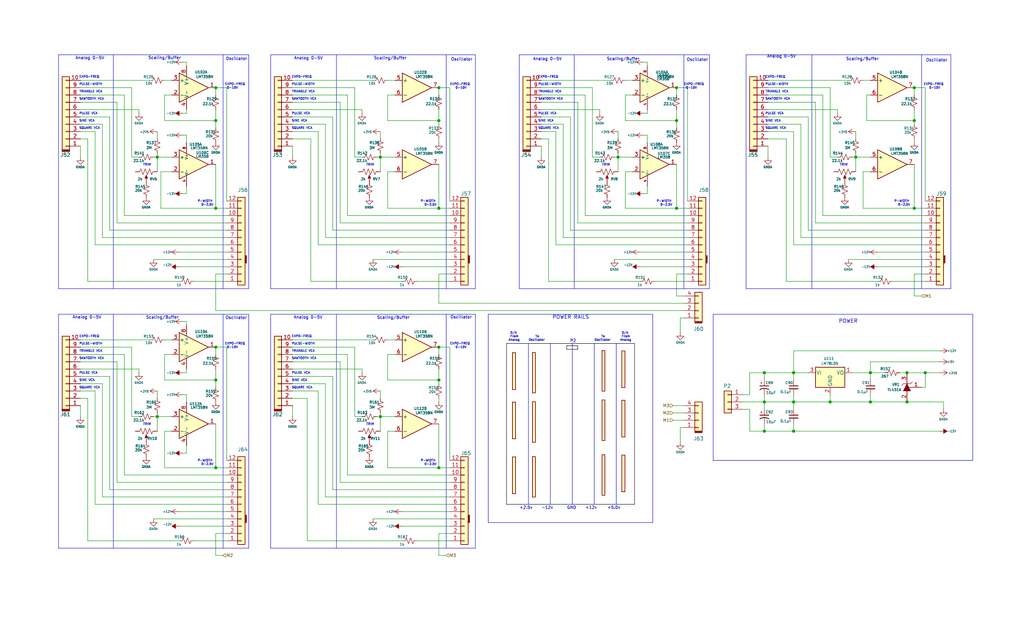
<source format=kicad_sch>
(kicad_sch (version 20231120) (generator "eeschema") (generator_version "8.0")
  (paper "USLegal")
  (title_block (title "Synth #2") (date "2023-07-27") (rev "0.1") (company "      MLE Tech                  Cedar Park, TX") (comment 2 "In Development"))
  (lib_symbols
    (symbol "Amplifier_Operational:LM358" (pin_names (offset 0.127))
      (property "Reference" "U" (at 0 5.08 0))
      (property "Value" "LM358" (at 0 -5.08 0))
      (symbol "LM358_1_1"
        (pin output line (at 7.62 0 180) (length 2.54) (name "~") (number "1"))
        (pin input line (at -7.62 -2.54 0) (length 2.54) (name "-") (number "2"))
        (pin input line (at -7.62 2.54 0) (length 2.54) (name "+") (number "3"))
      )
      (symbol "LM358_2_1"
        (pin input line (at -7.62 2.54 0) (length 2.54) (name "+") (number "5"))
        (pin input line (at -7.62 -2.54 0) (length 2.54) (name "-") (number "6"))
        (pin output line (at 7.62 0 180) (length 2.54) (name "~") (number "7"))
      )
      (symbol "LM358_3_1"
        (pin power_in line (at -2.54 -7.62 90) (length 3.81) (name "V-") (number "4"))
        (pin power_in line (at -2.54 7.62 270) (length 3.81) (name "V+") (number "8"))
      )
    )
    (symbol "Conn_01x12_2" (pin_names (offset 1.016) hide)
      (property "Reference" "J?" (at -1.27 17.78 0))
      (symbol "Conn_01x12_2_1_1"
        (pin passive line (at -5.08 12.7 0) (length 3.81) (name "Pin_1") (number "1"))
        (pin passive line (at -5.08 -10.16 0) (length 3.81) (name "Pin_10") (number "10"))
        (pin passive line (at -5.08 -12.7 0) (length 3.81) (name "Pin_11") (number "11"))
        (pin passive line (at -5.08 -15.24 0) (length 3.81) (name "Pin_12") (number "12"))
        (pin passive line (at -5.08 10.16 0) (length 3.81) (name "Pin_2") (number "2"))
        (pin passive line (at -5.08 7.62 0) (length 3.81) (name "Pin_3") (number "3"))
        (pin passive line (at -5.08 5.08 0) (length 3.81) (name "Pin_4") (number "4"))
        (pin passive line (at -5.08 2.54 0) (length 3.81) (name "Pin_5") (number "5"))
        (pin passive line (at -5.08 0 0) (length 3.81) (name "Pin_6") (number "6"))
        (pin passive line (at -5.08 -2.54 0) (length 3.81) (name "Pin_7") (number "7"))
        (pin passive line (at -5.08 -5.08 0) (length 3.81) (name "Pin_8") (number "8"))
        (pin passive line (at -5.08 -7.62 0) (length 3.81) (name "Pin_9") (number "9"))
      )
    )
    (symbol "Connector_Generic:Conn_01x03" (pin_names (offset 1.016) hide)
      (property "Reference" "J" (at 0 5.08 0))
      (property "Value" "Conn_01x03" (at 0 -5.08 0))
      (symbol "Conn_01x03_1_1"
        (pin passive line (at -5.08 2.54 0) (length 3.81) (name "Pin_1") (number "1"))
        (pin passive line (at -5.08 0 0) (length 3.81) (name "Pin_2") (number "2"))
        (pin passive line (at -5.08 -2.54 0) (length 3.81) (name "Pin_3") (number "3"))
      )
    )
    (symbol "Connector_keyed_kicad_sym:Conn_01x04" (pin_names (offset 1.016) hide)
      (property "Reference" "J" (at -0.6858 5.588 0))
      (property "Value" "Conn_01x04" (at -0.1524 -7.9502 0))
      (symbol "Conn_01x04_1_1"
        (pin passive line (at -5.08 2.54 0) (length 3.81) (name "Pin_1") (number "1"))
        (pin passive line (at -5.08 0 0) (length 3.81) (name "Pin_2") (number "2"))
        (pin passive line (at -5.08 -2.54 0) (length 3.81) (name "Pin_3") (number "3"))
        (pin passive line (at -5.08 -5.08 0) (length 3.81) (name "Pin_4") (number "4"))
      )
    )
    (symbol "Connector_keyed_kicad_sym:Conn_01x10h" (pin_names (offset 1.016) hide)
      (property "Reference" "J28" (at 0 13.97 0))
      (symbol "Conn_01x10h_1_1"
        (pin passive line (at -5.08 10.16 0) (length 3.81) (name "Pin_1") (number "1"))
        (pin passive line (at -5.08 -12.7 0) (length 3.81) (name "Pin_10") (number "10"))
        (pin passive line (at -5.08 7.62 0) (length 3.81) (name "Pin_2") (number "2"))
        (pin passive line (at -5.08 5.08 0) (length 3.81) (name "Pin_3") (number "3"))
        (pin passive line (at -5.08 2.54 0) (length 3.81) (name "Pin_4") (number "4"))
        (pin passive line (at -5.08 0 0) (length 3.81) (name "Pin_5") (number "5"))
        (pin passive line (at -5.08 -2.54 0) (length 3.81) (name "Pin_6") (number "6"))
        (pin passive line (at -5.08 -5.08 0) (length 3.81) (name "Pin_7") (number "7"))
        (pin passive line (at -5.08 -7.62 0) (length 3.81) (name "Pin_8") (number "8"))
        (pin passive line (at -5.08 -10.16 0) (length 3.81) (name "Pin_9") (number "9"))
      )
    )
    (symbol "Connector_keyed_kicad_sym:Model_10" (pin_numbers hide) (pin_names (offset 0) hide))
    (symbol "Connector_keyed_kicad_sym:Model_12" (pin_numbers hide) (pin_names (offset 0) hide))
    (symbol "Device:C_Polarized_Small_US" (pin_numbers hide) (pin_names (offset 0.254) hide)
      (property "Reference" "C" (at 0.254 1.778 0))
      (property "Value" "C_Polarized_Small_US" (at 0.254 -2.032 0))
      (symbol "C_Polarized_Small_US_1_1"
        (pin passive line (at 0 2.54 270) (length 2.032) (name "~") (number "1"))
        (pin passive line (at 0 -2.54 90) (length 2.032) (name "~") (number "2"))
      )
    )
    (symbol "Device:C_Small" (pin_numbers hide) (pin_names (offset 0.254) hide)
      (property "Reference" "C" (at 0.254 1.778 0))
      (property "Value" "C_Small" (at 0.254 -2.032 0))
      (symbol "C_Small_1_1"
        (pin passive line (at 0 2.54 270) (length 2.032) (name "~") (number "1"))
        (pin passive line (at 0 -2.54 90) (length 2.032) (name "~") (number "2"))
      )
    )
    (symbol "Device:R_Potentiometer_US" (pin_names (offset 1.016) hide)
      (property "Reference" "RV4" (at -1.0668 0.7874 0))
      (property "Value" "5k" (at -1.6256 -0.9906 0))
      (symbol "R_Potentiometer_US_1_1"
        (pin passive line (at 0 3.81 270) (length 1.27) (name "1") (number ""))
        (pin passive line (at 3.81 0 180) (length 1.27) (name "2") (number ""))
        (pin passive line (at 0 -3.81 90) (length 1.27) (name "3") (number ""))
      )
    )
    (symbol "Device:R_Small_US" (pin_numbers hide) (pin_names (offset 0.254) hide)
      (property "Reference" "R" (at 0.762 0.508 0))
      (property "Value" "R_Small_US" (at 0.762 -1.016 0))
      (symbol "R_Small_US_1_1"
        (pin passive line (at 0 2.54 270) (length 1.016) (name "~") (number "1"))
        (pin passive line (at 0 -2.54 90) (length 1.016) (name "~") (number "2"))
      )
    )
    (symbol "LM358_1" (pin_names (offset 0.127))
      (property "Reference" "U106" (at 0.762 4.064 0))
      (property "Value" "LM358" (at 0.762 2.794 0))
      (symbol "LM358_1_1_1"
        (pin output line (at 7.62 0 180) (length 2.54) (name "~") (number "1"))
        (pin input line (at -7.62 -2.54 0) (length 2.54) (name "-") (number "2"))
        (pin input line (at -7.62 2.54 0) (length 2.54) (name "+") (number "3"))
      )
      (symbol "LM358_1_2_1"
        (pin input line (at -7.62 2.54 0) (length 2.54) (name "+") (number "5"))
        (pin input line (at -7.62 -2.54 0) (length 2.54) (name "-") (number "6"))
        (pin output line (at 7.62 0 180) (length 2.54) (name "~") (number "7"))
      )
      (symbol "LM358_1_3_1"
        (pin power_in line (at -2.54 -7.62 90) (length 3.81) (name "V-") (number "4"))
        (pin power_in line (at -2.54 7.62 270) (length 3.81) (name "V+") (number "8"))
      )
    )
    (symbol "LM358_2" (pin_names (offset 0.127))
      (property "Reference" "U103" (at 0.762 4.318 0))
      (property "Value" "LM358" (at 0.762 3.048 0))
      (symbol "LM358_2_1_1"
        (pin output line (at 7.62 0 180) (length 2.54) (name "~") (number "1"))
        (pin input line (at -7.62 -2.54 0) (length 2.54) (name "-") (number "2"))
        (pin input line (at -7.62 2.54 0) (length 2.54) (name "+") (number "3"))
      )
      (symbol "LM358_2_2_1"
        (pin input line (at -7.62 2.54 0) (length 2.54) (name "+") (number "5"))
        (pin input line (at -7.62 -2.54 0) (length 2.54) (name "-") (number "6"))
        (pin output line (at 7.62 0 180) (length 2.54) (name "~") (number "7"))
      )
      (symbol "LM358_2_3_1"
        (pin power_in line (at -2.54 -7.62 90) (length 3.81) (name "V-") (number "4"))
        (pin power_in line (at -2.54 7.62 270) (length 3.81) (name "V+") (number "8"))
      )
    )
    (symbol "LM358_3" (pin_names (offset 0.127))
      (property "Reference" "U107" (at 1.016 3.81 0))
      (property "Value" "LM358" (at 1.016 2.54 0))
      (symbol "LM358_3_1_1"
        (pin output line (at 7.62 0 180) (length 2.54) (name "~") (number "1"))
        (pin input line (at -7.62 -2.54 0) (length 2.54) (name "-") (number "2"))
        (pin input line (at -7.62 2.54 0) (length 2.54) (name "+") (number "3"))
      )
      (symbol "LM358_3_2_1"
        (pin input line (at -7.62 2.54 0) (length 2.54) (name "+") (number "5"))
        (pin input line (at -7.62 -2.54 0) (length 2.54) (name "-") (number "6"))
        (pin output line (at 7.62 0 180) (length 2.54) (name "~") (number "7"))
      )
      (symbol "LM358_3_3_1"
        (pin power_in line (at -2.54 -7.62 90) (length 3.81) (name "V-") (number "4"))
        (pin power_in line (at -2.54 7.62 270) (length 3.81) (name "V+") (number "8"))
      )
    )
    (symbol "Regulator_Linear:LM78L05_TO92" (pin_names (offset 0.254))
      (property "Reference" "U" (at -3.81 3.175 0))
      (property "Value" "LM78L05_TO92" (at 0 3.175 0))
      (symbol "LM78L05_TO92_1_1"
        (pin power_out line (at 7.62 0 180) (length 2.54) (name "VO") (number "1"))
        (pin power_in line (at 0 -7.62 90) (length 2.54) (name "GND") (number "2"))
        (pin power_in line (at -7.62 0 0) (length 2.54) (name "VI") (number "3"))
      )
    )
    (symbol "dk_PMIC-Voltage-Reference:TL431CLPM" (pin_names (offset 0) hide)
      (property "Reference" "VR" (at -2.54 3.175 0))
      (property "Value" "TL431CLPM" (at -5.715 0 90))
      (symbol "TL431CLPM_1_1"
        (pin passive line (at 5.08 0 180) (length 3.81) (name "REF") (number "1"))
        (pin passive line (at 0 -5.08 90) (length 3.81) (name "A") (number "2"))
        (pin passive line (at 0 5.08 270) (length 3.81) (name "K") (number "3"))
      )
    )
    (symbol "power:+12V" (power) (pin_names (offset 0))
      (property "Value" "+12V" (at 0 3.556 0))
      (symbol "+12V_1_1"
        (pin power_in line (at 0 0 90) (length 0) hide (name "+12V") (number "1"))
      )
    )
    (symbol "power:+2V5" (power) (pin_names (offset 0))
      (property "Value" "+2V5" (at 0 3.556 0))
      (symbol "+2V5_1_1"
        (pin power_in line (at 0 0 90) (length 0) hide (name "+2V5") (number "1"))
      )
    )
    (symbol "power:+5V" (power) (pin_names (offset 0))
      (property "Value" "+5V" (at 0 3.556 0))
      (symbol "+5V_1_1"
        (pin power_in line (at 0 0 90) (length 0) hide (name "+5V") (number "1"))
      )
    )
    (symbol "power:-12V" (power) (pin_names (offset 0))
      (property "Value" "-12V" (at 0 3.81 0))
      (symbol "-12V_0_0"
        (pin power_in line (at 0 0 90) (length 0) hide (name "-12V") (number "1"))
      )
    )
    (symbol "power:GNDA" (power) (pin_names (offset 0))
      (property "Value" "GNDA" (at 0 -3.81 0))
      (symbol "GNDA_1_1"
        (pin power_in line (at 0 0 270) (length 0) hide (name "GNDA") (number "1"))
      )
    )
  )
  (junction (at 132.08 54.61))
  (junction (at 152.4 132.08))
  (junction (at 288.29 139.7))
  (junction (at 317.5 41.91))
  (junction (at 275.59 139.7))
  (junction (at 234.95 30.48))
  (junction (at 74.93 132.08))
  (junction (at 302.26 139.7))
  (junction (at 314.96 139.7))
  (junction (at 54.61 54.61))
  (junction (at 152.4 162.56))
  (junction (at 234.95 72.39))
  (junction (at 54.61 144.78))
  (junction (at 317.5 72.39))
  (junction (at 265.43 139.7))
  (junction (at 152.4 30.48))
  (junction (at 265.43 149.86))
  (junction (at 302.26 129.54))
  (junction (at 152.4 41.91))
  (junction (at 265.43 129.54))
  (junction (at 74.93 72.39))
  (junction (at 214.63 54.61))
  (junction (at 321.31 129.54))
  (junction (at 297.18 54.61))
  (junction (at 275.59 129.54))
  (junction (at 314.96 129.54))
  (junction (at 152.4 120.65))
  (junction (at 132.08 144.78))
  (junction (at 234.95 41.91))
  (junction (at 74.93 120.65))
  (junction (at 152.4 72.39))
  (junction (at 317.5 30.48))
  (junction (at 275.59 149.86))
  (junction (at 74.93 30.48))
  (junction (at 74.93 41.91))
  (junction (at 74.93 162.56))
  (wire (pts (xy 64.77 38.1) (xy 64.77 39.37)))
  (wire (pts (xy 299.72 72.39) (xy 317.5 72.39)))
  (wire (pts (xy 59.69 54.61) (xy 54.61 54.61)))
  (wire (pts (xy 190.5 48.26) (xy 190.5 97.79)))
  (wire (pts (xy 132.08 143.51) (xy 132.08 144.78)))
  (wire (pts (xy 156.21 175.26) (xy 110.49 175.26)))
  (wire (pts (xy 302.26 137.16) (xy 302.26 139.7)))
  (wire (pts (xy 74.93 30.48) (xy 78.74 30.48)))
  (wire (pts (xy 273.05 48.26) (xy 273.05 97.79)))
  (polyline (pts (xy 247.65 109.22) (xy 247.65 160.02)))
  (wire (pts (xy 45.72 54.61) (xy 48.26 54.61)))
  (wire (pts (xy 302.26 132.08) (xy 302.26 129.54)))
  (wire (pts (xy 74.93 95.25) (xy 74.93 107.95)))
  (wire (pts (xy 27.94 48.26) (xy 30.48 48.26)))
  (wire (pts (xy 283.21 77.47) (xy 283.21 35.56)))
  (wire (pts (xy 74.93 44.45) (xy 74.93 41.91)))
  (wire (pts (xy 321.31 80.01) (xy 280.67 80.01)))
  (polyline (pts (xy 93.98 19.05) (xy 165.1 19.05)))
  (wire (pts (xy 234.95 102.87) (xy 237.49 102.87)))
  (polyline (pts (xy 191.135 119.38) (xy 191.135 175.26)))
  (wire (pts (xy 115.57 80.01) (xy 115.57 40.64)))
  (wire (pts (xy 156.21 30.48) (xy 152.4 30.48)))
  (wire (pts (xy 156.21 170.18) (xy 115.57 170.18)))
  (wire (pts (xy 297.18 54.61) (xy 302.26 54.61)))
  (polyline (pts (xy 39.37 109.22) (xy 39.37 190.5)))
  (wire (pts (xy 275.59 121.92) (xy 275.59 129.54)))
  (wire (pts (xy 317.5 43.18) (xy 317.5 41.91)))
  (polyline (pts (xy 281.94 19.05) (xy 281.94 100.33)))
  (wire (pts (xy 195.58 82.55) (xy 238.76 82.55)))
  (wire (pts (xy 27.94 140.97) (xy 27.94 144.78)))
  (wire (pts (xy 302.26 139.7) (xy 314.96 139.7)))
  (wire (pts (xy 234.95 95.25) (xy 238.76 95.25)))
  (wire (pts (xy 101.6 43.18) (xy 113.03 43.18)))
  (wire (pts (xy 78.74 80.01) (xy 38.1 80.01)))
  (wire (pts (xy 101.6 140.97) (xy 101.6 144.78)))
  (wire (pts (xy 134.62 72.39) (xy 152.4 72.39)))
  (wire (pts (xy 144.78 97.79) (xy 156.21 97.79)))
  (wire (pts (xy 101.6 120.65) (xy 123.19 120.65)))
  (wire (pts (xy 125.73 128.27) (xy 125.73 129.54)))
  (wire (pts (xy 266.7 43.18) (xy 278.13 43.18)))
  (wire (pts (xy 217.17 41.91) (xy 234.95 41.91)))
  (wire (pts (xy 152.4 139.7) (xy 152.4 138.43)))
  (wire (pts (xy 302.26 125.73) (xy 326.39 125.73)))
  (wire (pts (xy 101.6 40.64) (xy 115.57 40.64)))
  (wire (pts (xy 35.56 172.72) (xy 35.56 133.35)))
  (wire (pts (xy 193.04 85.09) (xy 238.76 85.09)))
  (wire (pts (xy 63.5 129.54) (xy 64.77 129.54)))
  (wire (pts (xy 57.15 118.11) (xy 59.69 118.11)))
  (wire (pts (xy 214.63 45.72) (xy 214.63 48.26)))
  (wire (pts (xy 101.6 48.26) (xy 107.95 48.26)))
  (wire (pts (xy 280.67 80.01) (xy 280.67 40.64)))
  (polyline (pts (xy 226.695 109.22) (xy 226.695 181.61)))
  (wire (pts (xy 152.4 95.25) (xy 152.4 105.41)))
  (wire (pts (xy 304.8 92.71) (xy 321.31 92.71)))
  (polyline (pts (xy 330.2 100.33) (xy 330.2 19.05)))
  (wire (pts (xy 275.59 129.54) (xy 280.67 129.54)))
  (wire (pts (xy 38.1 170.18) (xy 38.1 130.81)))
  (wire (pts (xy 27.94 38.1) (xy 48.26 38.1)))
  (wire (pts (xy 52.07 118.11) (xy 27.94 118.11)))
  (polyline (pts (xy 198.755 119.38) (xy 198.755 175.26)))
  (wire (pts (xy 132.08 53.34) (xy 132.08 54.61)))
  (wire (pts (xy 54.61 54.61) (xy 54.61 59.69)))
  (wire (pts (xy 67.31 187.96) (xy 78.74 187.96)))
  (wire (pts (xy 64.77 22.86) (xy 64.77 21.59)))
  (wire (pts (xy 314.96 129.54) (xy 321.31 129.54)))
  (wire (pts (xy 54.61 144.78) (xy 54.61 149.86)))
  (wire (pts (xy 132.08 144.78) (xy 137.16 144.78)))
  (wire (pts (xy 78.74 167.64) (xy 40.64 167.64)))
  (wire (pts (xy 118.11 77.47) (xy 118.11 35.56)))
  (wire (pts (xy 67.31 97.79) (xy 78.74 97.79)))
  (wire (pts (xy 234.95 30.48) (xy 238.76 30.48)))
  (wire (pts (xy 236.22 148.59) (xy 237.49 148.59)))
  (wire (pts (xy 110.49 175.26) (xy 110.49 135.89)))
  (wire (pts (xy 317.5 30.48) (xy 317.5 33.02)))
  (wire (pts (xy 234.95 30.48) (xy 234.95 33.02)))
  (polyline (pts (xy 246.38 19.05) (xy 246.38 100.33)))
  (wire (pts (xy 57.15 33.02) (xy 57.15 41.91)))
  (wire (pts (xy 139.7 92.71) (xy 156.21 92.71)))
  (polyline (pts (xy 20.32 109.22) (xy 86.36 109.22)))
  (wire (pts (xy 40.64 167.64) (xy 40.64 125.73)))
  (wire (pts (xy 217.17 27.94) (xy 219.71 27.94)))
  (wire (pts (xy 27.94 135.89) (xy 33.02 135.89)))
  (wire (pts (xy 156.21 82.55) (xy 113.03 82.55)))
  (wire (pts (xy 63.5 67.31) (xy 64.77 67.31)))
  (polyline (pts (xy 93.98 190.5) (xy 165.1 190.5)))
  (wire (pts (xy 222.25 92.71) (xy 238.76 92.71)))
  (wire (pts (xy 33.02 175.26) (xy 78.74 175.26)))
  (wire (pts (xy 120.65 74.93) (xy 120.65 33.02)))
  (wire (pts (xy 74.93 120.65) (xy 74.93 123.19)))
  (wire (pts (xy 275.59 149.86) (xy 326.39 149.86)))
  (wire (pts (xy 273.05 97.79) (xy 304.8 97.79)))
  (wire (pts (xy 321.31 87.63) (xy 304.8 87.63)))
  (wire (pts (xy 224.79 46.99) (xy 224.79 49.53)))
  (wire (pts (xy 321.31 30.48) (xy 317.5 30.48)))
  (wire (pts (xy 33.02 85.09) (xy 78.74 85.09)))
  (polyline (pts (xy 20.32 19.05) (xy 86.36 19.05)))
  (wire (pts (xy 63.5 111.76) (xy 64.77 111.76)))
  (wire (pts (xy 321.31 129.54) (xy 326.39 129.54)))
  (polyline (pts (xy 237.49 19.05) (xy 237.49 100.33)))
  (wire (pts (xy 78.74 77.47) (xy 40.64 77.47)))
  (polyline (pts (xy 175.895 119.38) (xy 220.345 119.38)) (stroke (width 0) (type solid) (color 0 0 0 1)))
  (wire (pts (xy 152.4 185.42) (xy 152.4 193.04)))
  (polyline (pts (xy 154.94 109.22) (xy 154.94 190.5)))
  (wire (pts (xy 74.93 147.32) (xy 74.93 162.56)))
  (wire (pts (xy 198.12 80.01) (xy 198.12 40.64)))
  (wire (pts (xy 152.4 120.65) (xy 152.4 123.19)))
  (wire (pts (xy 321.31 74.93) (xy 285.75 74.93)))
  (wire (pts (xy 74.93 185.42) (xy 74.93 193.04)))
  (wire (pts (xy 187.96 33.02) (xy 203.2 33.02)))
  (wire (pts (xy 219.71 54.61) (xy 214.63 54.61)))
  (wire (pts (xy 265.43 142.24) (xy 265.43 139.7)))
  (wire (pts (xy 187.96 35.56) (xy 200.66 35.56)))
  (wire (pts (xy 63.5 21.59) (xy 64.77 21.59)))
  (wire (pts (xy 257.81 139.7) (xy 265.43 139.7)))
  (polyline (pts (xy 337.82 160.02) (xy 337.82 109.22)))
  (wire (pts (xy 236.22 148.59) (xy 236.22 153.67)))
  (wire (pts (xy 134.62 123.19) (xy 134.62 132.08)))
  (wire (pts (xy 156.21 87.63) (xy 139.7 87.63)))
  (polyline (pts (xy 226.695 181.61) (xy 169.545 181.61)))
  (wire (pts (xy 317.5 38.1) (xy 317.5 41.91)))
  (wire (pts (xy 290.83 54.61) (xy 288.29 54.61)))
  (wire (pts (xy 156.21 85.09) (xy 110.49 85.09)))
  (wire (pts (xy 238.76 87.63) (xy 222.25 87.63)))
  (wire (pts (xy 156.21 180.34) (xy 129.54 180.34)))
  (wire (pts (xy 299.72 59.69) (xy 302.26 59.69)))
  (wire (pts (xy 275.59 142.24) (xy 275.59 139.7)))
  (wire (pts (xy 156.21 72.39) (xy 152.4 72.39)))
  (wire (pts (xy 27.94 45.72) (xy 33.02 45.72)))
  (wire (pts (xy 307.34 129.54) (xy 302.26 129.54)))
  (wire (pts (xy 187.96 50.8) (xy 187.96 54.61)))
  (wire (pts (xy 63.5 39.37) (xy 64.77 39.37)))
  (polyline (pts (xy 86.36 109.22) (xy 86.36 190.5)))
  (wire (pts (xy 187.96 48.26) (xy 190.5 48.26)))
  (wire (pts (xy 27.94 123.19) (xy 43.18 123.19)))
  (wire (pts (xy 107.95 97.79) (xy 139.7 97.79)))
  (wire (pts (xy 64.77 157.48) (xy 64.77 154.94)))
  (polyline (pts (xy 196.8246 120.142) (xy 196.8246 121.412)) (stroke (width 0) (type solid) (color 0 0 0 1)))
  (wire (pts (xy 33.02 175.26) (xy 33.02 135.89)))
  (wire (pts (xy 45.72 30.48) (xy 45.72 54.61)))
  (wire (pts (xy 321.31 97.79) (xy 309.88 97.79)))
  (wire (pts (xy 106.68 138.43) (xy 106.68 187.96)))
  (wire (pts (xy 57.15 132.08) (xy 74.93 132.08)))
  (wire (pts (xy 27.94 130.81) (xy 38.1 130.81)))
  (wire (pts (xy 27.94 128.27) (xy 48.26 128.27)))
  (wire (pts (xy 30.48 48.26) (xy 30.48 97.79)))
  (wire (pts (xy 115.57 170.18) (xy 115.57 130.81)))
  (wire (pts (xy 45.72 120.65) (xy 45.72 144.78)))
  (polyline (pts (xy 175.895 119.38) (xy 175.895 175.26)) (stroke (width 0) (type solid) (color 0 0 0 1)))
  (wire (pts (xy 266.7 50.8) (xy 266.7 54.61)))
  (wire (pts (xy 266.7 45.72) (xy 275.59 45.72)))
  (wire (pts (xy 134.62 33.02) (xy 137.16 33.02)))
  (polyline (pts (xy 183.515 119.38) (xy 183.515 175.26)))
  (wire (pts (xy 275.59 149.86) (xy 265.43 149.86)))
  (wire (pts (xy 275.59 139.7) (xy 288.29 139.7)))
  (wire (pts (xy 156.21 162.56) (xy 152.4 162.56)))
  (wire (pts (xy 101.6 38.1) (xy 125.73 38.1)))
  (polyline (pts (xy 259.08 19.05) (xy 259.08 100.33)))
  (wire (pts (xy 53.34 54.61) (xy 54.61 54.61)))
  (wire (pts (xy 101.6 33.02) (xy 120.65 33.02)))
  (wire (pts (xy 78.74 170.18) (xy 38.1 170.18)))
  (polyline (pts (xy 180.34 100.33) (xy 246.38 100.33)))
  (polyline (pts (xy 196.8246 120.142) (xy 200.6346 120.142)) (stroke (width 0) (type solid) (color 0 0 0 1)))
  (polyline (pts (xy 320.04 19.05) (xy 320.04 100.33)))
  (wire (pts (xy 33.02 85.09) (xy 33.02 45.72)))
  (wire (pts (xy 27.94 30.48) (xy 45.72 30.48)))
  (polyline (pts (xy 20.32 190.5) (xy 86.36 190.5)))
  (wire (pts (xy 134.62 33.02) (xy 134.62 41.91)))
  (wire (pts (xy 265.43 129.54) (xy 260.35 129.54)))
  (wire (pts (xy 106.68 187.96) (xy 139.7 187.96)))
  (wire (pts (xy 64.77 46.99) (xy 64.77 49.53)))
  (wire (pts (xy 156.21 172.72) (xy 113.03 172.72)))
  (wire (pts (xy 27.94 120.65) (xy 45.72 120.65)))
  (wire (pts (xy 101.6 35.56) (xy 118.11 35.56)))
  (wire (pts (xy 57.15 27.94) (xy 59.69 27.94)))
  (wire (pts (xy 27.94 43.18) (xy 35.56 43.18)))
  (wire (pts (xy 101.6 130.81) (xy 115.57 130.81)))
  (wire (pts (xy 78.74 180.34) (xy 53.34 180.34)))
  (wire (pts (xy 152.4 128.27) (xy 152.4 132.08)))
  (wire (pts (xy 78.74 74.93) (xy 43.18 74.93)))
  (wire (pts (xy 43.18 123.19) (xy 43.18 165.1)))
  (polyline (pts (xy 200.6346 121.412) (xy 200.6346 120.142)) (stroke (width 0) (type solid) (color 0 0 0 1)))
  (wire (pts (xy 156.21 177.8) (xy 139.7 177.8)))
  (wire (pts (xy 152.4 95.25) (xy 156.21 95.25)))
  (wire (pts (xy 236.22 110.49) (xy 236.22 115.57)))
  (wire (pts (xy 118.11 167.64) (xy 118.11 125.73)))
  (wire (pts (xy 321.31 134.62) (xy 321.31 129.54)))
  (wire (pts (xy 35.56 82.55) (xy 78.74 82.55)))
  (wire (pts (xy 125.73 54.61) (xy 123.19 54.61)))
  (wire (pts (xy 57.15 123.19) (xy 59.69 123.19)))
  (wire (pts (xy 64.77 137.16) (xy 63.5 137.16)))
  (wire (pts (xy 227.33 97.79) (xy 238.76 97.79)))
  (wire (pts (xy 156.21 167.64) (xy 118.11 167.64)))
  (wire (pts (xy 78.74 160.02) (xy 78.74 120.65)))
  (polyline (pts (xy 116.84 109.22) (xy 116.84 190.5)))
  (wire (pts (xy 101.6 50.8) (xy 101.6 54.61)))
  (wire (pts (xy 54.61 135.89) (xy 54.61 138.43)))
  (wire (pts (xy 152.4 105.41) (xy 237.49 105.41)))
  (polyline (pts (xy 93.98 19.05) (xy 93.98 100.33)))
  (wire (pts (xy 217.17 72.39) (xy 234.95 72.39)))
  (polyline (pts (xy 213.995 119.38) (xy 213.995 175.26)))
  (wire (pts (xy 74.93 30.48) (xy 74.93 33.02)))
  (wire (pts (xy 156.21 90.17) (xy 129.54 90.17)))
  (wire (pts (xy 27.94 40.64) (xy 38.1 40.64)))
  (wire (pts (xy 123.19 54.61) (xy 123.19 30.48)))
  (polyline (pts (xy 180.34 19.05) (xy 246.38 19.05)))
  (wire (pts (xy 265.43 147.32) (xy 265.43 149.86)))
  (wire (pts (xy 314.96 139.7) (xy 327.66 139.7)))
  (wire (pts (xy 321.31 90.17) (xy 294.64 90.17)))
  (wire (pts (xy 120.65 165.1) (xy 120.65 123.19)))
  (polyline (pts (xy 20.32 100.33) (xy 86.36 100.33)))
  (wire (pts (xy 57.15 33.02) (xy 59.69 33.02)))
  (wire (pts (xy 38.1 80.01) (xy 38.1 40.64)))
  (wire (pts (xy 35.56 172.72) (xy 78.74 172.72)))
  (wire (pts (xy 48.26 38.1) (xy 48.26 39.37)))
  (wire (pts (xy 59.69 144.78) (xy 54.61 144.78)))
  (wire (pts (xy 260.35 142.24) (xy 257.81 142.24)))
  (wire (pts (xy 64.77 46.99) (xy 63.5 46.99)))
  (wire (pts (xy 156.21 160.02) (xy 156.21 120.65)))
  (polyline (pts (xy 39.37 19.05) (xy 39.37 100.33)))
  (wire (pts (xy 234.95 38.1) (xy 234.95 41.91)))
  (polyline (pts (xy 199.39 19.05) (xy 199.39 100.33)))
  (wire (pts (xy 48.26 128.27) (xy 48.26 129.54)))
  (wire (pts (xy 27.94 50.8) (xy 27.94 54.61)))
  (wire (pts (xy 57.15 41.91) (xy 74.93 41.91)))
  (wire (pts (xy 101.6 45.72) (xy 110.49 45.72)))
  (wire (pts (xy 200.66 77.47) (xy 200.66 35.56)))
  (wire (pts (xy 78.74 87.63) (xy 62.23 87.63)))
  (wire (pts (xy 134.62 162.56) (xy 134.62 149.86)))
  (wire (pts (xy 101.6 123.19) (xy 120.65 123.19)))
  (wire (pts (xy 265.43 137.16) (xy 265.43 139.7)))
  (polyline (pts (xy 165.1 190.5) (xy 165.1 109.22)))
  (wire (pts (xy 156.21 74.93) (xy 120.65 74.93)))
  (wire (pts (xy 238.76 69.85) (xy 238.76 30.48)))
  (wire (pts (xy 234.95 95.25) (xy 234.95 102.87)))
  (wire (pts (xy 113.03 43.18) (xy 113.03 82.55)))
  (wire (pts (xy 212.09 27.94) (xy 187.96 27.94)))
  (wire (pts (xy 132.08 138.43) (xy 132.08 135.89)))
  (wire (pts (xy 57.15 123.19) (xy 57.15 132.08)))
  (wire (pts (xy 224.79 38.1) (xy 224.79 39.37)))
  (wire (pts (xy 27.94 35.56) (xy 40.64 35.56)))
  (wire (pts (xy 234.95 57.15) (xy 234.95 72.39)))
  (wire (pts (xy 300.99 33.02) (xy 300.99 41.91)))
  (wire (pts (xy 195.58 82.55) (xy 195.58 43.18)))
  (wire (pts (xy 152.4 30.48) (xy 152.4 33.02)))
  (polyline (pts (xy 93.98 100.33) (xy 165.1 100.33)))
  (wire (pts (xy 321.31 82.55) (xy 278.13 82.55)))
  (wire (pts (xy 101.6 128.27) (xy 125.73 128.27)))
  (wire (pts (xy 113.03 133.35) (xy 113.03 172.72)))
  (wire (pts (xy 205.74 54.61) (xy 208.28 54.61)))
  (wire (pts (xy 130.81 144.78) (xy 132.08 144.78)))
  (wire (pts (xy 302.26 125.73) (xy 302.26 129.54)))
  (wire (pts (xy 238.76 72.39) (xy 234.95 72.39)))
  (wire (pts (xy 266.7 38.1) (xy 290.83 38.1)))
  (wire (pts (xy 64.77 113.03) (xy 64.77 111.76)))
  (polyline (pts (xy 20.32 109.22) (xy 20.32 190.5)))
  (wire (pts (xy 219.71 59.69) (xy 217.17 59.69)))
  (polyline (pts (xy 259.08 100.33) (xy 330.2 100.33)))
  (wire (pts (xy 223.52 21.59) (xy 224.79 21.59)))
  (wire (pts (xy 266.7 33.02) (xy 285.75 33.02)))
  (wire (pts (xy 223.52 67.31) (xy 224.79 67.31)))
  (wire (pts (xy 130.81 54.61) (xy 132.08 54.61)))
  (wire (pts (xy 57.15 149.86) (xy 57.15 162.56)))
  (polyline (pts (xy 77.47 109.22) (xy 77.47 190.5)))
  (wire (pts (xy 321.31 85.09) (xy 275.59 85.09)))
  (wire (pts (xy 139.7 182.88) (xy 156.21 182.88)))
  (wire (pts (xy 30.48 138.43) (xy 30.48 187.96)))
  (wire (pts (xy 134.62 162.56) (xy 152.4 162.56)))
  (wire (pts (xy 107.95 48.26) (xy 107.95 97.79)))
  (wire (pts (xy 156.21 187.96) (xy 144.78 187.96)))
  (wire (pts (xy 78.74 90.17) (xy 53.34 90.17)))
  (wire (pts (xy 152.4 193.04) (xy 154.94 193.04)))
  (polyline (pts (xy 154.94 19.05) (xy 154.94 100.33)))
  (wire (pts (xy 134.62 123.19) (xy 137.16 123.19)))
  (polyline (pts (xy 175.895 175.26) (xy 220.345 175.26)) (stroke (width 0) (type solid) (color 0 0 0 1)))
  (wire (pts (xy 54.61 143.51) (xy 54.61 144.78)))
  (polyline (pts (xy 220.345 175.26) (xy 220.345 119.38)) (stroke (width 0) (type solid) (color 0 0 0 1)))
  (wire (pts (xy 321.31 77.47) (xy 283.21 77.47)))
  (wire (pts (xy 123.19 144.78) (xy 123.19 120.65)))
  (wire (pts (xy 317.5 49.53) (xy 317.5 48.26)))
  (wire (pts (xy 156.21 77.47) (xy 118.11 77.47)))
  (wire (pts (xy 266.7 27.94) (xy 294.64 27.94)))
  (wire (pts (xy 299.72 72.39) (xy 299.72 59.69)))
  (wire (pts (xy 266.7 35.56) (xy 283.21 35.56)))
  (wire (pts (xy 74.93 128.27) (xy 74.93 132.08)))
  (wire (pts (xy 152.4 38.1) (xy 152.4 41.91)))
  (wire (pts (xy 62.23 92.71) (xy 78.74 92.71)))
  (polyline (pts (xy 116.84 19.05) (xy 116.84 100.33)))
  (wire (pts (xy 266.7 30.48) (xy 288.29 30.48)))
  (wire (pts (xy 234.95 44.45) (xy 234.95 41.91)))
  (wire (pts (xy 260.35 129.54) (xy 260.35 137.16)))
  (wire (pts (xy 275.59 147.32) (xy 275.59 149.86)))
  (wire (pts (xy 266.7 48.26) (xy 273.05 48.26)))
  (wire (pts (xy 64.77 137.16) (xy 64.77 139.7)))
  (wire (pts (xy 74.93 38.1) (xy 74.93 41.91)))
  (wire (pts (xy 132.08 48.26) (xy 132.08 45.72)))
  (wire (pts (xy 132.08 54.61) (xy 132.08 59.69)))
  (wire (pts (xy 78.74 165.1) (xy 43.18 165.1)))
  (wire (pts (xy 260.35 149.86) (xy 260.35 142.24)))
  (wire (pts (xy 78.74 162.56) (xy 74.93 162.56)))
  (wire (pts (xy 265.43 139.7) (xy 275.59 139.7)))
  (polyline (pts (xy 247.65 160.02) (xy 337.82 160.02)))
  (wire (pts (xy 278.13 43.18) (xy 278.13 82.55)))
  (polyline (pts (xy 93.98 109.22) (xy 93.98 190.5)))
  (wire (pts (xy 187.96 38.1) (xy 208.28 38.1)))
  (wire (pts (xy 321.31 72.39) (xy 317.5 72.39)))
  (wire (pts (xy 57.15 162.56) (xy 74.93 162.56)))
  (polyline (pts (xy 196.8246 121.412) (xy 200.6346 121.412)) (stroke (width 0) (type solid) (color 0 0 0 1)))
  (wire (pts (xy 265.43 149.86) (xy 260.35 149.86)))
  (wire (pts (xy 101.6 118.11) (xy 129.54 118.11)))
  (wire (pts (xy 288.29 137.16) (xy 288.29 139.7)))
  (wire (pts (xy 64.77 67.31) (xy 64.77 64.77)))
  (polyline (pts (xy 77.47 19.05) (xy 77.47 100.33)))
  (wire (pts (xy 156.21 165.1) (xy 120.65 165.1)))
  (wire (pts (xy 55.88 72.39) (xy 74.93 72.39)))
  (wire (pts (xy 238.76 74.93) (xy 203.2 74.93)))
  (wire (pts (xy 78.74 72.39) (xy 74.93 72.39)))
  (polyline (pts (xy 86.36 19.05) (xy 86.36 100.33)))
  (wire (pts (xy 297.18 48.26) (xy 297.18 45.72)))
  (wire (pts (xy 74.93 95.25) (xy 78.74 95.25)))
  (wire (pts (xy 317.5 95.25) (xy 321.31 95.25)))
  (wire (pts (xy 74.93 120.65) (xy 78.74 120.65)))
  (wire (pts (xy 132.08 54.61) (xy 137.16 54.61)))
  (wire (pts (xy 78.74 69.85) (xy 78.74 30.48)))
  (wire (pts (xy 52.07 27.94) (xy 27.94 27.94)))
  (wire (pts (xy 63.5 157.48) (xy 64.77 157.48)))
  (wire (pts (xy 193.04 85.09) (xy 193.04 45.72)))
  (wire (pts (xy 297.18 53.34) (xy 297.18 54.61)))
  (wire (pts (xy 30.48 187.96) (xy 62.23 187.96)))
  (wire (pts (xy 134.62 132.08) (xy 152.4 132.08)))
  (wire (pts (xy 290.83 38.1) (xy 290.83 39.37)))
  (wire (pts (xy 326.39 121.92) (xy 275.59 121.92)))
  (wire (pts (xy 205.74 30.48) (xy 205.74 54.61)))
  (wire (pts (xy 54.61 53.34) (xy 54.61 54.61)))
  (polyline (pts (xy 169.545 109.22) (xy 226.695 109.22)))
  (wire (pts (xy 288.29 139.7) (xy 302.26 139.7)))
  (wire (pts (xy 152.4 133.35) (xy 152.4 132.08)))
  (wire (pts (xy 317.5 95.25) (xy 317.5 102.87)))
  (wire (pts (xy 101.6 30.48) (xy 123.19 30.48)))
  (wire (pts (xy 217.17 59.69) (xy 217.17 72.39)))
  (polyline (pts (xy 20.32 19.05) (xy 20.32 100.33)))
  (wire (pts (xy 101.6 138.43) (xy 106.68 138.43)))
  (wire (pts (xy 134.62 72.39) (xy 134.62 59.69)))
  (wire (pts (xy 101.6 27.94) (xy 129.54 27.94)))
  (wire (pts (xy 74.93 185.42) (xy 78.74 185.42)))
  (wire (pts (xy 45.72 144.78) (xy 48.26 144.78)))
  (wire (pts (xy 238.76 90.17) (xy 213.36 90.17)))
  (wire (pts (xy 62.23 182.88) (xy 78.74 182.88)))
  (wire (pts (xy 59.69 149.86) (xy 57.15 149.86)))
  (polyline (pts (xy 180.34 19.05) (xy 180.34 100.33)))
  (wire (pts (xy 27.94 33.02) (xy 43.18 33.02)))
  (wire (pts (xy 110.49 85.09) (xy 110.49 45.72)))
  (wire (pts (xy 288.29 54.61) (xy 288.29 30.48)))
  (wire (pts (xy 237.49 146.05) (xy 233.68 146.05)))
  (wire (pts (xy 236.22 110.49) (xy 237.49 110.49)))
  (wire (pts (xy 208.28 38.1) (xy 208.28 39.37)))
  (wire (pts (xy 217.17 33.02) (xy 219.71 33.02)))
  (wire (pts (xy 275.59 129.54) (xy 265.43 129.54)))
  (wire (pts (xy 317.5 102.87) (xy 320.04 102.87)))
  (wire (pts (xy 27.94 133.35) (xy 35.56 133.35)))
  (wire (pts (xy 134.62 27.94) (xy 137.16 27.94)))
  (wire (pts (xy 55.88 59.69) (xy 55.88 72.39)))
  (wire (pts (xy 187.96 43.18) (xy 195.58 43.18)))
  (wire (pts (xy 35.56 82.55) (xy 35.56 43.18)))
  (wire (pts (xy 275.59 129.54) (xy 275.59 132.08)))
  (wire (pts (xy 224.79 46.99) (xy 223.52 46.99)))
  (wire (pts (xy 300.99 41.91) (xy 317.5 41.91)))
  (wire (pts (xy 74.93 134.62) (xy 74.93 132.08)))
  (wire (pts (xy 233.68 143.51) (xy 237.49 143.51)))
  (wire (pts (xy 187.96 45.72) (xy 193.04 45.72)))
  (wire (pts (xy 275.59 85.09) (xy 275.59 45.72)))
  (wire (pts (xy 152.4 57.15) (xy 152.4 72.39)))
  (wire (pts (xy 77.47 193.04) (xy 74.93 193.04)))
  (wire (pts (xy 224.79 22.86) (xy 224.79 21.59)))
  (wire (pts (xy 156.21 80.01) (xy 115.57 80.01)))
  (wire (pts (xy 275.59 137.16) (xy 275.59 139.7)))
  (wire (pts (xy 314.96 129.54) (xy 312.42 129.54)))
  (wire (pts (xy 54.61 45.72) (xy 54.61 48.26)))
  (wire (pts (xy 27.94 125.73) (xy 40.64 125.73)))
  (wire (pts (xy 327.66 142.24) (xy 327.66 139.7)))
  (wire (pts (xy 125.73 38.1) (xy 125.73 39.37)))
  (wire (pts (xy 238.76 77.47) (xy 200.66 77.47)))
  (wire (pts (xy 134.62 59.69) (xy 137.16 59.69)))
  (wire (pts (xy 78.74 177.8) (xy 62.23 177.8)))
  (wire (pts (xy 152.4 147.32) (xy 152.4 162.56)))
  (wire (pts (xy 223.52 39.37) (xy 224.79 39.37)))
  (wire (pts (xy 74.93 57.15) (xy 74.93 72.39)))
  (wire (pts (xy 156.21 69.85) (xy 156.21 30.48)))
  (wire (pts (xy 295.91 54.61) (xy 297.18 54.61)))
  (wire (pts (xy 297.18 54.61) (xy 297.18 59.69)))
  (polyline (pts (xy 93.98 109.22) (xy 165.1 109.22)))
  (wire (pts (xy 62.23 97.79) (xy 30.48 97.79)))
  (wire (pts (xy 295.91 129.54) (xy 302.26 129.54)))
  (wire (pts (xy 265.43 129.54) (xy 265.43 132.08)))
  (wire (pts (xy 224.79 67.31) (xy 224.79 64.77)))
  (wire (pts (xy 156.21 120.65) (xy 152.4 120.65)))
  (wire (pts (xy 64.77 128.27) (xy 64.77 129.54)))
  (wire (pts (xy 134.62 41.91) (xy 152.4 41.91)))
  (wire (pts (xy 40.64 77.47) (xy 40.64 35.56)))
  (wire (pts (xy 152.4 49.53) (xy 152.4 48.26)))
  (wire (pts (xy 320.04 134.62) (xy 321.31 134.62)))
  (wire (pts (xy 300.99 33.02) (xy 302.26 33.02)))
  (polyline (pts (xy 165.1 100.33) (xy 165.1 19.05)))
  (wire (pts (xy 214.63 54.61) (xy 214.63 59.69)))
  (wire (pts (xy 213.36 54.61) (xy 214.63 54.61)))
  (wire (pts (xy 187.96 40.64) (xy 198.12 40.64)))
  (wire (pts (xy 43.18 33.02) (xy 43.18 74.93)))
  (wire (pts (xy 152.4 185.42) (xy 156.21 185.42)))
  (wire (pts (xy 101.6 125.73) (xy 118.11 125.73)))
  (wire (pts (xy 74.93 107.95) (xy 237.49 107.95)))
  (wire (pts (xy 134.62 118.11) (xy 137.16 118.11)))
  (wire (pts (xy 187.96 30.48) (xy 205.74 30.48)))
  (wire (pts (xy 214.63 53.34) (xy 214.63 54.61)))
  (polyline (pts (xy 247.65 109.22) (xy 337.82 109.22)))
  (wire (pts (xy 59.69 59.69) (xy 55.88 59.69)))
  (wire (pts (xy 132.08 144.78) (xy 132.08 149.86)))
  (wire (pts (xy 233.68 140.97) (xy 237.49 140.97)))
  (wire (pts (xy 101.6 135.89) (xy 110.49 135.89)))
  (wire (pts (xy 134.62 149.86) (xy 137.16 149.86)))
  (wire (pts (xy 27.94 138.43) (xy 30.48 138.43)))
  (wire (pts (xy 299.72 27.94) (xy 302.26 27.94)))
  (wire (pts (xy 152.4 43.18) (xy 152.4 41.91)))
  (wire (pts (xy 125.73 144.78) (xy 123.19 144.78)))
  (wire (pts (xy 53.34 144.78) (xy 54.61 144.78)))
  (wire (pts (xy 317.5 57.15) (xy 317.5 72.39)))
  (wire (pts (xy 101.6 133.35) (xy 113.03 133.35)))
  (wire (pts (xy 238.76 80.01) (xy 198.12 80.01)))
  (wire (pts (xy 203.2 33.02) (xy 203.2 74.93)))
  (polyline (pts (xy 259.08 19.05) (xy 330.2 19.05)))
  (wire (pts (xy 285.75 74.93) (xy 285.75 33.02)))
  (polyline (pts (xy 206.375 119.38) (xy 206.375 175.26)))
  (wire (pts (xy 266.7 40.64) (xy 280.67 40.64)))
  (polyline (pts (xy 169.545 109.22) (xy 169.545 181.61)))
  (wire (pts (xy 190.5 97.79) (xy 222.25 97.79)))
  (wire (pts (xy 260.35 137.16) (xy 257.81 137.16)))
  (wire (pts (xy 217.17 33.02) (xy 217.17 41.91)))
  (wire (pts (xy 321.31 69.85) (xy 321.31 30.48)))
  (text "PULSE-WIDTH" (at 101.2698 29.845 0) (effects (font (size 0.762 0.762)) (justify left bottom)))
  (text "Oscillator" (at 78.3578 21.1832 0) (effects (font (size 1.016 1.016)) (justify left bottom)))
  (text "+12v" (at 203.2 177.165 0) (effects (font (size 1.016 1.016)) (justify left bottom)))
  (text "Analog 0-5V" (at 26.1617 20.8848 0) (effects (font (size 1.016 1.016)) (justify left bottom)))
  (text "GND" (at 196.85 177.165 0) (effects (font (size 1.016 1.016)) (justify left bottom)))
  (text "POWER RAILS" (at 191.77 111.125 0) (effects (font (size 1.27 1.27)) (justify left bottom)))
  (text "Analog 0-5V" (at 266.2936 20.32 0) (effects (font (size 1.016 1.016)) (justify left bottom)))
  (text "SQUARE VCA" (at 27.4828 45.085 0) (effects (font (size 0.762 0.762)) (justify left bottom)))
  (text "    To\nOscillator" (at 183.515 118.745 0) (effects (font (size 0.762 0.762)) (justify left bottom)))
  (text "0-10V" (at 158.115 121.285 0) (effects (font (size 0.762 0.762)) (justify left bottom)))
  (text "P2" (at 197.9168 119.1768 0) (effects (font (size 1.016 1.016)) (justify left bottom)))
  (text " D/A\n From\nAnalog" (at 215.265 118.745 0) (effects (font (size 0.762 0.762)) (justify left bottom)))
  (text "-12v" (at 187.96 177.165 0) (effects (font (size 1.016 1.016)) (justify left bottom)))
  (text "EXPO-FREQ" (at 320.675 29.845 0) (effects (font (size 0.762 0.762)) (justify left bottom)))
  (text "Oscillator" (at 156.5696 21.3683 0) (effects (font (size 1.016 1.016)) (justify left bottom)))
  (text "+5.0v" (at 210.82 177.165 0) (effects (font (size 1.016 1.016)) (justify left bottom)))
  (text "EXPO-FREQ" (at 156.21 29.845 0) (effects (font (size 0.762 0.762)) (justify left bottom)))
  (text "POWER" (at 291.2326 112.4973 0) (effects (font (size 1.27 1.27)) (justify left bottom)))
  (text "EXPO-FREQ" (at 78.105 120.015 0) (effects (font (size 0.762 0.762)) (justify left bottom)))
  (text "SAWTOOTH VCA" (at 27.4828 125.095 0) (effects (font (size 0.762 0.762)) (justify left bottom)))
  (text "Analog 0-5V" (at 102.0613 20.9457 0) (effects (font (size 1.016 1.016)) (justify left bottom)))
  (text "0-2.5V" (at 69.85 71.755 0) (effects (font (size 0.762 0.762)) (justify left bottom)))
  (text "EXPO-FREQ" (at 156.21 120.015 0) (effects (font (size 0.762 0.762)) (justify left bottom)))
  (text "P-WIDTH" (at 227.965 70.485 0) (effects (font (size 0.762 0.762)) (justify left bottom)))
  (text "0-10V" (at 238.125 31.115 0) (effects (font (size 0.762 0.762)) (justify left bottom)))
  (text "0-10V" (at 158.115 31.115 0) (effects (font (size 0.762 0.762)) (justify left bottom)))
  (text "Oscillator" (at 321.5127 21.65 0) (effects (font (size 1.016 1.016)) (justify left bottom)))
  (text "Oscillator" (at 156.3636 110.9873 0) (effects (font (size 1.016 1.016)) (justify left bottom)))
  (text "TRIANGLE VCA" (at 265.7348 32.385 0) (effects (font (size 0.762 0.762)) (justify left bottom)))
  (text "PULSE VCA" (at 27.4828 130.175 0) (effects (font (size 0.762 0.762)) (justify left bottom)))
  (text "Scaling/Buffer" (at 210.6649 21.2274 0) (effects (font (size 1.016 1.016)) (justify left bottom)))
  (text "SQUARE VCA" (at 186.8678 45.085 0) (effects (font (size 0.762 0.762)) (justify left bottom)))
  (text "EXPO-FREQ" (at 27.4828 117.475 0) (effects (font (size 0.762 0.762)) (justify left bottom)))
  (text "P-WIDTH" (at 68.58 70.485 0) (effects (font (size 0.762 0.762)) (justify left bottom)))
  (text "Oscillator" (at 238.4121 21.5091 0) (effects (font (size 1.016 1.016)) (justify left bottom)))
  (text "Analog 0-5V" (at 25.1334 110.9873 0) (effects (font (size 1.016 1.016)) (justify left bottom)))
  (text "SINE VCA" (at 27.4828 132.715 0) (effects (font (size 0.762 0.762)) (justify left bottom)))
  (text "0-2.5V" (at 69.85 161.925 0) (effects (font (size 0.762 0.762)) (justify left bottom)))
  (text "SINE VCA" (at 101.2698 132.715 0) (effects (font (size 0.762 0.762)) (justify left bottom)))
  (text "0-10V" (at 78.74 121.285 0) (effects (font (size 0.762 0.762)) (justify left bottom)))
  (text "EXPO-FREQ" (at 101.2698 117.475 0) (effects (font (size 0.762 0.762)) (justify left bottom)))
  (text "SAWTOOTH VCA" (at 265.7348 34.925 0) (effects (font (size 0.762 0.762)) (justify left bottom)))
  (text "_{TRIM}" (at 49.53 57.785 0) (effects (font (size 1.016 1.016) (italic yes)) (justify left bottom)))
  (text "0-10V" (at 322.58 31.115 0) (effects (font (size 0.762 0.762)) (justify left bottom)))
  (text "0-2.5V" (at 147.32 71.755 0) (effects (font (size 0.762 0.762)) (justify left bottom)))
  (text "_{TRIM}" (at 291.465 57.785 0) (effects (font (size 1.016 1.016) (italic yes)) (justify left bottom)))
  (text "Scaling/Buffer" (at 130.8447 111.1288 0) (effects (font (size 1.016 1.016)) (justify left bottom)))
  (text "SAWTOOTH VCA" (at 101.2698 125.095 0) (effects (font (size 0.762 0.762)) (justify left bottom)))
  (text "PULSE VCA" (at 27.4828 40.005 0) (effects (font (size 0.762 0.762)) (justify left bottom)))
  (text "TRIANGLE VCA" (at 27.4828 122.555 0) (effects (font (size 0.762 0.762)) (justify left bottom)))
  (text "PULSE VCA" (at 101.2698 40.005 0) (effects (font (size 0.762 0.762)) (justify left bottom)))
  (text " D/A\n From\nAnalog" (at 176.53 118.745 0) (effects (font (size 0.762 0.762)) (justify left bottom)))
  (text "PULSE VCA" (at 101.2698 130.175 0) (effects (font (size 0.762 0.762)) (justify left bottom)))
  (text "PULSE VCA" (at 186.8678 40.005 0) (effects (font (size 0.762 0.762)) (justify left bottom)))
  (text "+2.5v" (at 180.34 177.165 0) (effects (font (size 1.016 1.016)) (justify left bottom)))
  (text "PULSE-WIDTH" (at 101.2698 120.015 0) (effects (font (size 0.762 0.762)) (justify left bottom)))
  (text "EXPO-FREQ" (at 265.7348 27.305 0) (effects (font (size 0.762 0.762)) (justify left bottom)))
  (text "Analog 0-5V" (at 101.9296 111.0345 0) (effects (font (size 1.016 1.016)) (justify left bottom)))
  (text "PULSE-WIDTH" (at 265.7348 29.845 0) (effects (font (size 0.762 0.762)) (justify left bottom)))
  (text "TRIANGLE VCA" (at 101.2698 122.555 0) (effects (font (size 0.762 0.762)) (justify left bottom)))
  (text "_{TRIM}" (at 127 147.955 0) (effects (font (size 1.016 1.016) (italic yes)) (justify left bottom)))
  (text "SINE VCA" (at 27.4828 42.545 0) (effects (font (size 0.762 0.762)) (justify left bottom)))
  (text "SINE VCA" (at 265.7348 42.545 0) (effects (font (size 0.762 0.762)) (justify left bottom)))
  (text "SQUARE VCA" (at 101.2698 45.085 0) (effects (font (size 0.762 0.762)) (justify left bottom)))
  (text "_{TRIM}" (at 127 57.785 0) (effects (font (size 1.016 1.016) (italic yes)) (justify left bottom)))
  (text "P-WIDTH" (at 146.05 160.655 0) (effects (font (size 0.762 0.762)) (justify left bottom)))
  (text "0-10V" (at 78.74 31.115 0) (effects (font (size 0.762 0.762)) (justify left bottom)))
  (text "Scaling/Buffer" (at 50.6524 111.0816 0) (effects (font (size 1.016 1.016)) (justify left bottom)))
  (text "0-2.5V" (at 311.785 71.755 0) (effects (font (size 0.762 0.762)) (justify left bottom)))
  (text "PULSE-WIDTH" (at 27.4828 120.015 0) (effects (font (size 0.762 0.762)) (justify left bottom)))
  (text "P-WIDTH" (at 310.515 70.485 0) (effects (font (size 0.762 0.762)) (justify left bottom)))
  (text "TRIANGLE VCA" (at 27.4828 32.385 0) (effects (font (size 0.762 0.762)) (justify left bottom)))
  (text "Scaling/Buffer" (at 293.7655 21.2274 0) (effects (font (size 1.016 1.016)) (justify left bottom)))
  (text "EXPO-FREQ" (at 237.49 29.845 0) (effects (font (size 0.762 0.762)) (justify left bottom)))
  (text "SQUARE VCA" (at 27.4828 135.255 0) (effects (font (size 0.762 0.762)) (justify left bottom)))
  (text "PULSE-WIDTH" (at 27.4828 29.845 0) (effects (font (size 0.762 0.762)) (justify left bottom)))
  (text "EXPO-FREQ" (at 101.2698 27.305 0) (effects (font (size 0.762 0.762)) (justify left bottom)))
  (text "    To\nOscillator" (at 206.375 118.745 0) (effects (font (size 0.762 0.762)) (justify left bottom)))
  (text "EXPO-FREQ" (at 186.8678 27.305 0) (effects (font (size 0.762 0.762)) (justify left bottom)))
  (text "_{TRIM}" (at 208.915 57.785 0) (effects (font (size 1.016 1.016) (italic yes)) (justify left bottom)))
  (text "SINE VCA" (at 101.2698 42.545 0) (effects (font (size 0.762 0.762)) (justify left bottom)))
  (text "SQUARE VCA" (at 101.2698 135.255 0) (effects (font (size 0.762 0.762)) (justify left bottom)))
  (text "SQUARE VCA" (at 265.7348 45.085 0) (effects (font (size 0.762 0.762)) (justify left bottom)))
  (text "_{TRIM}" (at 49.53 147.955 0) (effects (font (size 1.016 1.016) (italic yes)) (justify left bottom)))
  (text "SAWTOOTH VCA" (at 27.4828 34.925 0) (effects (font (size 0.762 0.762)) (justify left bottom)))
  (text "Oscillator" (at 78.2467 111.176 0) (effects (font (size 1.016 1.016)) (justify left bottom)))
  (text "SINE VCA" (at 186.8678 42.545 0) (effects (font (size 0.762 0.762)) (justify left bottom)))
  (text "Scaling/Buffer" (at 51.4426 20.8556 0) (effects (font (size 1.016 1.016)) (justify left bottom)))
  (text "0-2.5V" (at 147.32 161.925 0) (effects (font (size 0.762 0.762)) (justify left bottom)))
  (text "PULSE-WIDTH" (at 186.8678 29.845 0) (effects (font (size 0.762 0.762)) (justify left bottom)))
  (text "TRIANGLE VCA" (at 186.8678 32.385 0) (effects (font (size 0.762 0.762)) (justify left bottom)))
  (text "Scaling/Buffer" (at 129.8084 20.9457 0) (effects (font (size 1.016 1.016)) (justify left bottom)))
  (text "TRIANGLE VCA" (at 101.2698 32.385 0) (effects (font (size 0.762 0.762)) (justify left bottom)))
  (text "SAWTOOTH VCA" (at 186.8678 34.925 0) (effects (font (size 0.762 0.762)) (justify left bottom)))
  (text "P-WIDTH" (at 146.05 70.485 0) (effects (font (size 0.762 0.762)) (justify left bottom)))
  (text "PULSE VCA" (at 265.7348 40.005 0) (effects (font (size 0.762 0.762)) (justify left bottom)))
  (text "EXPO-FREQ" (at 78.105 29.845 0) (effects (font (size 0.762 0.762)) (justify left bottom)))
  (text "Analog 0-5V" (at 185.0305 21.2274 0) (effects (font (size 1.016 1.016)) (justify left bottom)))
  (text "SAWTOOTH VCA" (at 101.2698 34.925 0) (effects (font (size 0.762 0.762)) (justify left bottom)))
  (text "EXPO-FREQ" (at 27.4828 27.305 0) (effects (font (size 0.762 0.762)) (justify left bottom)))
  (text "0-2.5V" (at 229.235 71.755 0) (effects (font (size 0.762 0.762)) (justify left bottom)))
  (text "P-WIDTH" (at 68.58 160.655 0) (effects (font (size 0.762 0.762)) (justify left bottom)))
  (hierarchical_label "M3" (shape input) (at 154.94 193.04 0) (effects (font (size 1.016 1.016))))
  (hierarchical_label "M1" (shape input) (at 233.68 146.05 180) (effects (font (size 1.016 1.016))))
  (hierarchical_label "M2" (shape input) (at 77.47 193.04 0) (effects (font (size 1.016 1.016))))
  (hierarchical_label "M2" (shape input) (at 233.68 143.51 180) (effects (font (size 1.016 1.016))))
  (hierarchical_label "M1" (shape input) (at 320.04 102.87 0) (effects (font (size 1.016 1.016))))
  (hierarchical_label "M3" (shape input) (at 233.68 140.97 180) (effects (font (size 1.016 1.016))))
  (symbol (lib_id "power:-12V") (at 326.39 149.86 270) (mirror x) (unit 1)
    (property "Reference" "#PWR0130" (effects (hide yes)))
    (property "Value" "-12V" (at 328.93 149.86 90) (effects (font (size 0.762 0.762)) (justify left)))
  )
  (symbol (lib_id "Device:R_Small_US") (at 293.37 54.61 90) (unit 1)
    (property "Reference" "R144" (at 290.957 53.2384 90) (effects (font (size 0.889 0.889))))
    (property "Value" "22.1k" (at 290.7538 55.8292 90) (effects (font (size 0.889 0.889))))
  )
  (symbol (lib_id "Amplifier_Operational:LM358") (at 309.88 57.15 0) (unit 2)
    (property "Reference" "U108" (at 311.0992 51.816 0) (effects (font (size 0.889 0.889))))
    (property "Value" "LMT358N" (at 312.42 53.34 0) (effects (font (size 0.889 0.889))))
    (property "Datasheet" "http://www.ti.com/lit/ds/symlink/lm2904-n.pdf" (effects (hide yes)))
  )
  (symbol (lib_id "power:GNDA") (at 294.64 90.17 0) (unit 1)
    (property "Reference" "#PWR0109" (effects (hide yes)))
    (property "Value" "GNDA" (at 294.5892 93.6244 0) (effects (font (size 0.762 0.762))))
  )
  (symbol (lib_id "Device:R_Small_US") (at 234.95 46.99 0) (unit 1)
    (property "Reference" "R136" (at 231.3686 45.847 0) (effects (font (size 0.889 0.889)) (justify left)))
    (property "Value" "20k" (at 231.4194 47.2694 0) (effects (font (size 0.889 0.889)) (justify left)))
  )
  (symbol (lib_id "Amplifier_Operational:LM358") (at 309.88 30.48 0) (unit 2)
    (property "Reference" "U104" (at 311.0992 25.146 0) (effects (font (size 0.889 0.889))))
    (property "Value" "LMT358N" (at 312.42 26.67 0) (effects (font (size 0.889 0.889))))
    (property "Datasheet" "http://www.ti.com/lit/ds/symlink/lm2904-n.pdf" (effects (hide yes)))
  )
  (symbol (lib_id "Device:R_Small_US") (at 74.93 35.56 0) (unit 1)
    (property "Reference" "R129" (at 71.6788 34.3662 0) (effects (font (size 0.889 0.889)) (justify left)))
    (property "Value" "22.1k" (at 70.3341 36.0935 0) (effects (font (size 0.889 0.889)) (justify left)))
  )
  (symbol (lib_id "power:GNDA") (at 236.22 153.67 0) (mirror y) (unit 1)
    (property "Reference" "#PWR0131" (effects (hide yes)))
    (property "Value" "GNDA" (at 236.2708 157.1244 0) (effects (font (size 0.762 0.762))))
  )
  (symbol (lib_id "power:GNDA") (at 129.54 90.17 0) (unit 1)
    (property "Reference" "#PWR0107" (effects (hide yes)))
    (property "Value" "GNDA" (at 129.4892 93.6244 0) (effects (font (size 0.762 0.762))))
  )
  (symbol (lib_id "Amplifier_Operational:LM358") (at 67.31 57.15 0) (unit 1)
    (property "Reference" "U105" (at 67.945 50.165 0) (effects (font (size 0.889 0.889))))
    (property "Value" "LMT358N" (at 69.215 51.435 0) (effects (font (size 0.889 0.889))))
    (property "Datasheet" "http://www.ti.com/lit/ds/symlink/lm2904-n.pdf" (effects (hide yes)))
  )
  (symbol (lib_id "Device:R_Small_US") (at 234.95 35.56 0) (unit 1)
    (property "Reference" "R131" (at 231.6988 34.3662 0) (effects (font (size 0.889 0.889)) (justify left)))
    (property "Value" "22.1k" (at 230.3541 36.0935 0) (effects (font (size 0.889 0.889)) (justify left)))
  )
  (symbol (lib_id "power:GNDA") (at 236.22 115.57 0) (mirror y) (unit 1)
    (property "Reference" "#PWR0115" (effects (hide yes)))
    (property "Value" "GNDA" (at 236.2708 119.0244 0) (effects (font (size 0.762 0.762))))
  )
  (symbol (lib_id "power:-12V") (at 304.8 92.71 90) (unit 1)
    (property "Reference" "#PWR0113" (effects (hide yes)))
    (property "Value" "-12V" (at 302.26 92.71 90) (effects (font (size 0.762 0.762)) (justify left)))
  )
  (symbol (lib_id "Connector_keyed_kicad_sym:Conn_01x10h") (at 261.62 40.64 180) (unit 1)
    (property "Reference" "J55" (at 261.4676 53.848 0))
    (property "Value" "Conn_01x10h" (effects (hide yes)))
  )
  (symbol (lib_id "power:+12V") (at 222.25 87.63 90) (unit 1)
    (property "Reference" "#PWR0104" (effects (hide yes)))
    (property "Value" "+12V" (at 219.71 87.63 90) (effects (font (size 0.762 0.762)) (justify left)))
  )
  (symbol (lib_name "Conn_01x12_2") (lib_id "Connector_keyed_kicad_sym:Conn_01x12") (at 243.84 85.09 0) (mirror x) (unit 1)
    (property "Reference" "J58" (at 242.57 66.04 0) (effects (justify left)))
    (property "Value" "Conn_01x12" (effects (hide yes)))
  )
  (symbol (lib_id "Connector_keyed_kicad_sym:Conn_01x10h") (at 96.52 130.81 180) (unit 1)
    (property "Reference" "J62" (at 96.3676 144.018 0))
    (property "Value" "Conn_01x10h" (effects (hide yes)))
  )
  (symbol (lib_id "power:+2V5") (at 132.08 45.72 90) (unit 1)
    (property "Reference" "#PWR083" (effects (hide yes)))
    (property "Value" "+2V5" (at 129.1844 45.847 90) (effects (font (size 0.762 0.762)) (justify left)))
  )
  (symbol (lib_id "power:GNDA") (at 290.83 39.37 0) (unit 1)
    (property "Reference" "#PWR081" (effects (hide yes)))
    (property "Value" "GNDA" (at 290.7792 42.8244 0) (effects (font (size 0.762 0.762))))
  )
  (symbol (lib_id "power:GNDA") (at 50.8 68.58 0) (unit 1)
    (property "Reference" "#PWR098" (effects (hide yes)))
    (property "Value" "GNDA" (at 50.7492 72.0344 0) (effects (font (size 0.762 0.762))))
  )
  (symbol (lib_id "Connector_Generic:Conn_01x03") (at 252.73 139.7 0) (mirror y) (unit 1)
    (property "Reference" "P2" (at 252.5268 134.1628 0))
    (property "Value" "Conn_01x03" (effects (hide yes)))
  )
  (symbol (lib_id "power:-12V") (at 63.5 67.31 90) (unit 1)
    (property "Reference" "#PWR096" (effects (hide yes)))
    (property "Value" "-12V" (at 60.96 67.31 90) (effects (font (size 0.762 0.762)) (justify left)))
  )
  (symbol (lib_name "Conn_01x12_2") (lib_id "Connector_keyed_kicad_sym:Conn_01x12") (at 161.29 85.09 0) (mirror x) (unit 1)
    (property "Reference" "J57" (at 160.02 67.31 0) (effects (justify left)))
    (property "Value" "Conn_01x12" (effects (hide yes)))
  )
  (symbol (lib_id "power:GNDA") (at 101.6 54.61 0) (unit 1)
    (property "Reference" "#PWR093" (effects (hide yes)))
    (property "Value" "GNDA" (at 101.5492 58.0644 0) (effects (font (size 0.762 0.762))))
  )
  (symbol (lib_name "LM358_1") (lib_id "Amplifier_Operational:LM358") (at 67.31 57.15 0) (unit 3)
    (property "Reference" "U106" (at 68.072 53.086 0) (effects (font (size 0.889 0.889)) (justify left)))
    (property "Value" "LM358" (at 68.072 54.356 0) (effects (font (size 0.889 0.889)) (justify left)))
    (property "Datasheet" "http://www.ti.com/lit/ds/symlink/lm2904-n.pdf" (effects (hide yes)))
    (property "Description" "Low-Power, Dual Operational Amplifiers, DIP-8/SOIC-8/TO-99-8" (effects (hide yes)))
  )
  (symbol (lib_id "Device:R_Small_US") (at 214.63 27.94 90) (unit 1)
    (property "Reference" "R127" (at 211.582 26.7208 90) (effects (font (size 0.889 0.889))))
    (property "Value" "10k" (at 211.7598 28.956 90) (effects (font (size 0.889 0.889))))
  )
  (symbol (lib_id "Connector_keyed_kicad_sym:Model_10") (at 215.9 165.1 0) (mirror y) (unit 1)
    (property "Reference" "JM11" (effects (hide yes)))
    (property "Value" "Model_10" (effects (hide yes)))
  )
  (symbol (lib_id "Device:C_Polarized_Small_US") (at 265.43 134.62 0) (unit 1)
    (property "Reference" "C89" (at 265.811 133.0452 0) (effects (font (size 0.889 0.889)) (justify left)))
    (property "Value" "10µF" (at 265.9888 136.4488 0) (effects (font (size 0.889 0.889)) (justify left)))
  )
  (symbol (lib_id "Connector_keyed_kicad_sym:Model_12") (at 185.42 146.05 0) (unit 1)
    (property "Reference" "JM6" (effects (hide yes)))
    (property "Value" "Model_12" (effects (hide yes)))
  )
  (symbol (lib_id "power:-12V") (at 139.7 182.88 90) (unit 1)
    (property "Reference" "#PWR0140" (effects (hide yes)))
    (property "Value" "-12V" (at 137.16 182.88 90) (effects (font (size 0.762 0.762)) (justify left)))
  )
  (symbol (lib_id "Connector_keyed_kicad_sym:Conn_01x04") (at 242.57 107.95 0) (mirror x) (unit 1)
    (property "Reference" "J60" (at 242.57 114.3 0))
    (property "Value" "Conn_01x04" (effects (hide yes)))
  )
  (symbol (lib_name "Conn_01x12_2") (lib_id "Connector_keyed_kicad_sym:Conn_01x12") (at 83.82 175.26 0) (mirror x) (unit 1)
    (property "Reference" "J64" (at 82.55 156.21 0) (effects (justify left)))
    (property "Value" "Conn_01x12" (effects (hide yes)))
  )
  (symbol (lib_id "Connector_keyed_kicad_sym:Model_10") (at 179.07 129.54 0) (unit 1)
    (property "Reference" "JM4" (effects (hide yes)))
    (property "Value" "Model_10" (effects (hide yes)))
  )
  (symbol (lib_id "power:+2V5") (at 54.61 135.89 90) (unit 1)
    (property "Reference" "#PWR0122" (effects (hide yes)))
    (property "Value" "+2V5" (at 51.7144 136.017 90) (effects (font (size 0.762 0.762)) (justify left)))
  )
  (symbol (lib_id "Regulator_Linear:LM78L05_TO92") (at 288.29 129.54 0) (unit 1)
    (property "Reference" "U111" (at 287.8582 124.6124 0) (effects (font (size 0.889 0.889))))
    (property "Value" "LM78L05" (at 288.163 126.3396 0) (effects (font (size 0.889 0.889))))
    (property "Footprint" "Package_TO_SOT_THT:TO-92_Inline" (effects (hide yes)))
    (property "Datasheet" "https://www.onsemi.com/pub/Collateral/MC78L06A-D.pdf" (effects (hide yes)))
  )
  (symbol (lib_id "power:GNDA") (at 152.4 139.7 0) (unit 1)
    (property "Reference" "#PWR0126" (effects (hide yes)))
    (property "Value" "GNDA" (at 152.3492 143.1544 0) (effects (font (size 0.762 0.762))))
  )
  (symbol (lib_id "power:GNDA") (at 187.96 54.61 0) (unit 1)
    (property "Reference" "#PWR094" (effects (hide yes)))
    (property "Value" "GNDA" (at 187.9092 58.0644 0) (effects (font (size 0.762 0.762))))
  )
  (symbol (lib_id "power:GNDA") (at 266.7 54.61 0) (unit 1)
    (property "Reference" "#PWR095" (effects (hide yes)))
    (property "Value" "GNDA" (at 266.6492 58.0644 0) (effects (font (size 0.762 0.762))))
  )
  (symbol (lib_id "power:+12V") (at 223.52 21.59 90) (unit 1)
    (property "Reference" "#PWR075" (effects (hide yes)))
    (property "Value" "+12V" (at 220.98 21.59 90) (effects (font (size 0.762 0.762)) (justify left)))
  )
  (symbol (lib_id "power:+2V5") (at 132.08 135.89 90) (unit 1)
    (property "Reference" "#PWR0123" (effects (hide yes)))
    (property "Value" "+2V5" (at 129.1844 136.017 90) (effects (font (size 0.762 0.762)) (justify left)))
  )
  (symbol (lib_id "Device:R_Small_US") (at 50.8 156.21 0) (unit 1)
    (property "Reference" "R164" (at 46.9646 155.0162 0) (effects (font (size 0.889 0.889)) (justify left)))
    (property "Value" "20k" (at 46.8376 156.3878 0) (effects (font (size 0.889 0.889)) (justify left)))
  )
  (symbol (lib_id "Connector_keyed_kicad_sym:Model_12") (at 209.55 128.27 0) (mirror y) (unit 1)
    (property "Reference" "JM1" (effects (hide yes)))
    (property "Value" "Model_12" (effects (hide yes)))
  )
  (symbol (lib_id "power:-12V") (at 63.5 157.48 90) (unit 1)
    (property "Reference" "#PWR0132" (effects (hide yes)))
    (property "Value" "-12V" (at 60.96 157.48 90) (effects (font (size 0.762 0.762)) (justify left)))
  )
  (symbol (lib_id "power:+12V") (at 223.52 46.99 90) (unit 1)
    (property "Reference" "#PWR087" (effects (hide yes)))
    (property "Value" "+12V" (at 220.98 46.99 90) (effects (font (size 0.762 0.762)) (justify left)))
  )
  (symbol (lib_id "Amplifier_Operational:LM358") (at 67.31 120.65 0) (unit 3)
    (property "Reference" "U109" (effects (hide yes)))
    (property "Value" "LM358" (effects (hide yes)))
    (property "Datasheet" "http://www.ti.com/lit/ds/symlink/lm2904-n.pdf" (effects (hide yes)))
  )
  (symbol (lib_id "Connector_keyed_kicad_sym:Conn_01x04") (at 242.57 146.05 0) (mirror x) (unit 1)
    (property "Reference" "J63" (at 242.57 152.4 0))
    (property "Value" "Conn_01x04" (effects (hide yes)))
  )
  (symbol (lib_id "Amplifier_Operational:LM358") (at 67.31 147.32 0) (unit 1)
    (property "Reference" "U112" (at 67.945 140.335 0) (effects (font (size 0.889 0.889))))
    (property "Value" "LMT358N" (at 69.215 141.605 0) (effects (font (size 0.889 0.889))))
    (property "Datasheet" "http://www.ti.com/lit/ds/symlink/lm2904-n.pdf" (effects (hide yes)))
  )
  (symbol (lib_id "Device:R_Potentiometer_US") (at 50.8 59.69 270) (unit 1)
    (property "Reference" "RV6" (at 54.61 62.23 90) (effects (font (size 0.889 0.889)) (justify right)))
    (property "Value" "2k" (at 49.53 62.23 90) (effects (font (size 0.889 0.889)) (justify right)))
  )
  (symbol (lib_id "power:+2V5") (at 54.61 45.72 90) (unit 1)
    (property "Reference" "#PWR082" (effects (hide yes)))
    (property "Value" "+2V5" (at 51.7144 45.847 90) (effects (font (size 0.762 0.762)) (justify left)))
  )
  (symbol (lib_id "Device:R_Small_US") (at 64.77 97.79 90) (unit 1)
    (property "Reference" "R149" (at 62.357 96.4184 90) (effects (font (size 0.889 0.889))))
    (property "Value" "1k" (at 62.1538 99.0092 90) (effects (font (size 0.889 0.889))))
  )
  (symbol (lib_id "power:-12V") (at 62.23 92.71 90) (unit 1)
    (property "Reference" "#PWR0110" (effects (hide yes)))
    (property "Value" "-12V" (at 59.69 92.075 90) (effects (font (size 0.762 0.762)) (justify left)))
  )
  (symbol (lib_id "power:+12V") (at 139.7 177.8 90) (unit 1)
    (property "Reference" "#PWR0136" (effects (hide yes)))
    (property "Value" "+12V" (at 137.16 177.8 90) (effects (font (size 0.762 0.762)) (justify left)))
  )
  (symbol (lib_id "Amplifier_Operational:LM358") (at 67.31 120.65 0) (unit 1)
    (property "Reference" "U110" (at 69.85 115.2398 0) (effects (font (size 0.889 0.889))))
    (property "Value" "LMT358N" (at 71.12 116.84 0) (effects (font (size 0.889 0.889))))
    (property "Datasheet" "http://www.ti.com/lit/ds/symlink/lm2904-n.pdf" (effects (hide yes)))
  )
  (symbol (lib_id "Device:R_Small_US") (at 214.63 50.8 0) (unit 1)
    (property "Reference" "R139" (at 210.7946 49.6062 0) (effects (font (size 0.889 0.889)) (justify left)))
    (property "Value" "3M" (at 210.7946 51.3588 0) (effects (font (size 0.889 0.889)) (justify left)))
  )
  (symbol (lib_id "Connector_keyed_kicad_sym:Conn_01x10h") (at 96.52 40.64 180) (unit 1)
    (property "Reference" "J53" (at 96.3676 53.848 0))
    (property "Value" "Conn_01x10h" (effects (hide yes)))
  )
  (symbol (lib_id "Connector_keyed_kicad_sym:Model_10") (at 179.07 165.735 0) (unit 1)
    (property "Reference" "JM12" (effects (hide yes)))
    (property "Value" "Model_10" (effects (hide yes)))
  )
  (symbol (lib_id "Device:R_Potentiometer_US") (at 128.27 59.69 270) (unit 1)
    (property "Reference" "RV7" (at 132.08 62.23 90) (effects (font (size 0.889 0.889)) (justify right)))
    (property "Value" "2k" (at 127 62.23 90) (effects (font (size 0.889 0.889)) (justify right)))
  )
  (symbol (lib_id "Amplifier_Operational:LM358") (at 144.78 30.48 0) (unit 2)
    (property "Reference" "U102" (at 145.9992 25.146 0) (effects (font (size 0.889 0.889))))
    (property "Value" "LMT358N" (at 147.32 26.67 0) (effects (font (size 0.889 0.889))))
    (property "Datasheet" "http://www.ti.com/lit/ds/symlink/lm2904-n.pdf" (effects (hide yes)))
  )
  (symbol (lib_id "power:GNDA") (at 27.94 54.61 0) (unit 1)
    (property "Reference" "#PWR092" (effects (hide yes)))
    (property "Value" "GNDA" (at 27.8892 58.0644 0) (effects (font (size 0.762 0.762))))
  )
  (symbol (lib_id "Device:R_Small_US") (at 54.61 140.97 0) (unit 1)
    (property "Reference" "R160" (at 50.7746 139.7762 0) (effects (font (size 0.889 0.889)) (justify left)))
    (property "Value" "3M" (at 50.7746 141.5288 0) (effects (font (size 0.889 0.889)) (justify left)))
  )
  (symbol (lib_id "power:GNDA") (at 48.26 39.37 0) (unit 1)
    (property "Reference" "#PWR076" (effects (hide yes)))
    (property "Value" "GNDA" (at 48.2092 42.8244 0) (effects (font (size 0.762 0.762))))
  )
  (symbol (lib_id "Device:R_Small_US") (at 210.82 54.61 90) (unit 1)
    (property "Reference" "R143" (at 208.407 53.2384 90) (effects (font (size 0.889 0.889))))
    (property "Value" "22.1k" (at 208.2038 55.8292 90) (effects (font (size 0.889 0.889))))
  )
  (symbol (lib_id "Device:R_Small_US") (at 54.61 118.11 90) (unit 1)
    (property "Reference" "R153" (at 51.562 116.8908 90) (effects (font (size 0.889 0.889))))
    (property "Value" "10k" (at 51.7398 119.126 90) (effects (font (size 0.889 0.889))))
  )
  (symbol (lib_id "power:GNDA") (at 293.37 68.58 0) (unit 1)
    (property "Reference" "#PWR0101" (effects (hide yes)))
    (property "Value" "GNDA" (at 293.3192 72.0344 0) (effects (font (size 0.762 0.762))))
  )
  (symbol (lib_id "Device:R_Small_US") (at 317.5 45.72 0) (unit 1)
    (property "Reference" "R134" (at 313.9186 44.577 0) (effects (font (size 0.889 0.889)) (justify left)))
    (property "Value" "20k" (at 313.9694 45.9994 0) (effects (font (size 0.889 0.889)) (justify left)))
  )
  (symbol (lib_id "power:GNDA") (at 128.27 158.75 0) (unit 1)
    (property "Reference" "#PWR0134" (effects (hide yes)))
    (property "Value" "GNDA" (at 128.2192 162.2044 0) (effects (font (size 0.762 0.762))))
  )
  (symbol (lib_id "power:-12V") (at 223.52 39.37 90) (unit 1)
    (property "Reference" "#PWR080" (effects (hide yes)))
    (property "Value" "-12V" (at 220.98 39.37 90) (effects (font (size 0.762 0.762)) (justify left)))
  )
  (symbol (lib_id "Device:R_Small_US") (at 309.88 129.54 90) (unit 1)
    (property "Reference" "R157" (at 307.467 128.1684 90) (effects (font (size 0.889 0.889))))
    (property "Value" "267" (at 307.2638 130.7592 90) (effects (font (size 0.889 0.889))))
  )
  (symbol (lib_id "Device:R_Small_US") (at 142.24 187.96 90) (unit 1)
    (property "Reference" "R167" (at 139.827 186.5884 90) (effects (font (size 0.889 0.889))))
    (property "Value" "1k" (at 139.6238 189.1792 90) (effects (font (size 0.889 0.889))))
  )
  (symbol (lib_id "Amplifier_Operational:LM358") (at 67.31 147.32 0) (unit 3)
    (property "Reference" "U113" (effects (hide yes)))
    (property "Value" "LM358" (effects (hide yes)))
    (property "Datasheet" "http://www.ti.com/lit/ds/symlink/lm2904-n.pdf" (effects (hide yes)))
  )
  (symbol (lib_id "power:+12V") (at 139.7 87.63 90) (unit 1)
    (property "Reference" "#PWR0103" (effects (hide yes)))
    (property "Value" "+12V" (at 137.16 87.63 90) (effects (font (size 0.762 0.762)) (justify left)))
  )
  (symbol (lib_id "power:+12V") (at 62.23 177.8 90) (unit 1)
    (property "Reference" "#PWR0135" (effects (hide yes)))
    (property "Value" "+12V" (at 59.69 177.8 90) (effects (font (size 0.762 0.762)) (justify left)))
  )
  (symbol (lib_id "Amplifier_Operational:LM358") (at 67.31 30.48 0) (unit 3)
    (property "Reference" "U101" (effects (hide yes)))
    (property "Value" "LM358" (effects (hide yes)))
    (property "Datasheet" "http://www.ti.com/lit/ds/symlink/lm2904-n.pdf" (effects (hide yes)))
  )
  (symbol (lib_id "power:-12V") (at 139.7 92.71 90) (unit 1)
    (property "Reference" "#PWR0111" (effects (hide yes)))
    (property "Value" "-12V" (at 137.16 92.71 90) (effects (font (size 0.762 0.762)) (justify left)))
  )
  (symbol (lib_id "Device:R_Small_US") (at 293.37 66.04 0) (unit 1)
    (property "Reference" "R148" (at 289.5346 64.8462 0) (effects (font (size 0.889 0.889)) (justify left)))
    (property "Value" "20k" (at 289.4076 66.2178 0) (effects (font (size 0.889 0.889)) (justify left)))
  )
  (symbol (lib_id "Device:R_Small_US") (at 132.08 27.94 90) (unit 1)
    (property "Reference" "R126" (at 129.032 26.7208 90) (effects (font (size 0.889 0.889))))
    (property "Value" "10k" (at 129.2098 28.956 90) (effects (font (size 0.889 0.889))))
  )
  (symbol (lib_id "Device:R_Small_US") (at 132.08 50.8 0) (unit 1)
    (property "Reference" "R138" (at 128.2446 49.6062 0) (effects (font (size 0.889 0.889)) (justify left)))
    (property "Value" "3M" (at 128.2446 51.3588 0) (effects (font (size 0.889 0.889)) (justify left)))
  )
  (symbol (lib_id "Device:R_Small_US") (at 132.08 140.97 0) (unit 1)
    (property "Reference" "R161" (at 128.2446 139.7762 0) (effects (font (size 0.889 0.889)) (justify left)))
    (property "Value" "3M" (at 128.2446 141.5288 0) (effects (font (size 0.889 0.889)) (justify left)))
  )
  (symbol (lib_id "Device:R_Small_US") (at 50.8 54.61 90) (unit 1)
    (property "Reference" "R141" (at 48.387 53.2384 90) (effects (font (size 0.889 0.889))))
    (property "Value" "22.1k" (at 48.1838 55.8292 90) (effects (font (size 0.889 0.889))))
  )
  (symbol (lib_id "Device:R_Small_US") (at 297.18 50.8 0) (unit 1)
    (property "Reference" "R140" (at 293.3446 49.6062 0) (effects (font (size 0.889 0.889)) (justify left)))
    (property "Value" "3M" (at 293.3446 51.3588 0) (effects (font (size 0.889 0.889)) (justify left)))
  )
  (symbol (lib_id "Connector_keyed_kicad_sym:Model_12") (at 209.55 164.465 0) (mirror y) (unit 1)
    (property "Reference" "JM9" (effects (hide yes)))
    (property "Value" "Model_12" (effects (hide yes)))
  )
  (symbol (lib_id "Device:R_Small_US") (at 317.5 35.56 0) (unit 1)
    (property "Reference" "R132" (at 314.2488 34.3662 0) (effects (font (size 0.889 0.889)) (justify left)))
    (property "Value" "22.1k" (at 312.9041 36.0935 0) (effects (font (size 0.889 0.889)) (justify left)))
  )
  (symbol (lib_id "power:-12V") (at 222.25 92.71 90) (unit 1)
    (property "Reference" "#PWR0112" (effects (hide yes)))
    (property "Value" "-12V" (at 219.71 92.075 90) (effects (font (size 0.762 0.762)) (justify left)))
  )
  (symbol (lib_id "power:+2V5") (at 214.63 45.72 90) (unit 1)
    (property "Reference" "#PWR084" (effects (hide yes)))
    (property "Value" "+2V5" (at 211.7344 45.847 90) (effects (font (size 0.762 0.762)) (justify left)))
  )
  (symbol (lib_name "LM358_3") (lib_id "Amplifier_Operational:LM358") (at 227.33 57.15 0) (unit 3)
    (property "Reference" "U107" (at 228.346 53.34 0) (effects (font (size 0.889 0.889)) (justify left)))
    (property "Value" "LM358" (at 228.346 54.61 0) (effects (font (size 0.889 0.889)) (justify left)))
    (property "Datasheet" "http://www.ti.com/lit/ds/symlink/lm2904-n.pdf" (effects (hide yes)))
    (property "Description" "Low-Power, Dual Operational Amplifiers, DIP-8/SOIC-8/TO-99-8" (effects (hide yes)))
  )
  (symbol (lib_id "Device:R_Small_US") (at 64.77 187.96 90) (unit 1)
    (property "Reference" "R166" (at 62.357 186.5884 90) (effects (font (size 0.889 0.889))))
    (property "Value" "1k" (at 62.1538 189.1792 90) (effects (font (size 0.889 0.889))))
  )
  (symbol (lib_id "dk_PMIC-Voltage-Reference:TL431CLPM") (at 314.96 134.62 0) (unit 1)
    (property "Reference" "VR1" (at 312.42 133.6674 0) (effects (font (size 0.889 0.889)) (justify right)))
    (property "Value" "TL431A" (at 312.9788 135.4582 0) (effects (font (size 0.889 0.889)) (justify right)))
    (property "Footprint" "digikey-footprints:TO-92-3_Formed_Leads" (effects (hide yes)))
    (property "Datasheet" "http://www.ti.com/general/docs/suppproductinfo.tsp?distId=10&gotoUrl=http%3A%2F%2Fwww.ti.com%2Flit%2Fgpn%2Ftl431" (effects (hide yes)))
    (property "Description" "IC VREF SHUNT ADJ TO92-3" (effects (hide yes)))
    (property "Digi-Key_PN" "296-26717-1-ND" (effects (hide yes)))
    (property "MPN" "TL431CLPM" (effects (hide yes)))
    (property "Category" "Integrated Circuits (ICs)" (effects (hide yes)))
    (property "Family" "PMIC - Voltage Reference" (effects (hide yes)))
    (property "DK_Datasheet_Link" "http://www.ti.com/general/docs/suppproductinfo.tsp?distId=10&gotoUrl=http%3A%2F%2Fwww.ti.com%2Flit%2Fgpn%2Ftl431" (effects (hide yes)))
    (property "DK_Detail_Page" "/product-detail/en/texas-instruments/TL431CLPM/296-26717-1-ND/2256072" (effects (hide yes)))
    (property "Manufacturer" "Texas Instruments" (effects (hide yes)))
    (property "Status" "Active" (effects (hide yes)))
  )
  (symbol (lib_id "power:+12V") (at 63.5 46.99 90) (unit 1)
    (property "Reference" "#PWR086" (effects (hide yes)))
    (property "Value" "+12V" (at 60.96 46.99 90) (effects (font (size 0.762 0.762)) (justify left)))
  )
  (symbol (lib_id "Device:R_Small_US") (at 50.8 144.78 90) (unit 1)
    (property "Reference" "R162" (at 48.387 143.4084 90) (effects (font (size 0.889 0.889))))
    (property "Value" "22.1k" (at 48.1838 145.9992 90) (effects (font (size 0.889 0.889))))
  )
  (symbol (lib_id "Device:R_Small_US") (at 128.27 156.21 0) (unit 1)
    (property "Reference" "R165" (at 124.4346 155.0162 0) (effects (font (size 0.889 0.889)) (justify left)))
    (property "Value" "20k" (at 124.3076 156.3878 0) (effects (font (size 0.889 0.889)) (justify left)))
  )
  (symbol (lib_id "Device:R_Potentiometer_US") (at 50.8 149.86 270) (unit 1)
    (property "Reference" "RV10" (at 54.61 152.4 90) (effects (font (size 0.889 0.889)) (justify right)))
    (property "Value" "2k" (at 49.53 152.4 90) (effects (font (size 0.889 0.889)) (justify right)))
  )
  (symbol (lib_id "Device:R_Small_US") (at 297.18 27.94 90) (unit 1)
    (property "Reference" "R128" (at 294.132 26.7208 90) (effects (font (size 0.889 0.889))))
    (property "Value" "10k" (at 294.3098 28.956 90) (effects (font (size 0.889 0.889))))
  )
  (symbol (lib_id "Amplifier_Operational:LM358") (at 67.31 30.48 0) (unit 1)
    (property "Reference" "U102" (at 69.85 25.0698 0) (effects (font (size 0.889 0.889))))
    (property "Value" "LMT358N" (at 71.12 26.67 0) (effects (font (size 0.889 0.889))))
    (property "Datasheet" "http://www.ti.com/lit/ds/symlink/lm2904-n.pdf" (effects (hide yes)))
  )
  (symbol (lib_id "Device:R_Small_US") (at 54.61 27.94 90) (unit 1)
    (property "Reference" "R125" (at 51.562 26.7208 90) (effects (font (size 0.889 0.889))))
    (property "Value" "10k" (at 51.7398 28.956 90) (effects (font (size 0.889 0.889))))
  )
  (symbol (lib_id "Device:R_Potentiometer_US") (at 128.27 149.86 270) (unit 1)
    (property "Reference" "RV11" (at 132.08 152.4 90) (effects (font (size 0.889 0.889)) (justify right)))
    (property "Value" "2k" (at 127 152.4 90) (effects (font (size 0.889 0.889)) (justify right)))
  )
  (symbol (lib_id "power:GNDA") (at 327.66 142.24 0) (unit 1)
    (property "Reference" "#PWR0127" (effects (hide yes)))
    (property "Value" "GNDA" (at 327.6092 145.6944 0) (effects (font (size 0.762 0.762))))
  )
  (symbol (lib_id "Device:R_Small_US") (at 224.79 97.79 90) (unit 1)
    (property "Reference" "R151" (at 222.377 96.4184 90) (effects (font (size 0.889 0.889))))
    (property "Value" "1k" (at 222.1738 99.0092 90) (effects (font (size 0.889 0.889))))
  )
  (symbol (lib_id "Device:R_Small_US") (at 50.8 66.04 0) (unit 1)
    (property "Reference" "R145" (at 46.9646 64.8462 0) (effects (font (size 0.889 0.889)) (justify left)))
    (property "Value" "20k" (at 46.8376 66.2178 0) (effects (font (size 0.889 0.889)) (justify left)))
  )
  (symbol (lib_id "Connector_keyed_kicad_sym:Model_10") (at 215.9 128.905 0) (mirror y) (unit 1)
    (property "Reference" "JM3" (effects (hide yes)))
    (property "Value" "Model_10" (effects (hide yes)))
  )
  (symbol (lib_id "power:GNDA") (at 53.34 90.17 0) (unit 1)
    (property "Reference" "#PWR0106" (effects (hide yes)))
    (property "Value" "GNDA" (at 53.2892 93.6244 0) (effects (font (size 0.762 0.762))))
  )
  (symbol (lib_id "power:+12V") (at 63.5 111.76 90) (unit 1)
    (property "Reference" "#PWR0114" (effects (hide yes)))
    (property "Value" "+12V" (at 60.96 111.76 90) (effects (font (size 0.762 0.762)) (justify left)))
  )
  (symbol (lib_id "power:GNDA") (at 101.6 144.78 0) (unit 1)
    (property "Reference" "#PWR0129" (effects (hide yes)))
    (property "Value" "GNDA" (at 101.5492 148.2344 0) (effects (font (size 0.762 0.762))))
  )
  (symbol (lib_id "power:GNDA") (at 50.8 158.75 0) (unit 1)
    (property "Reference" "#PWR0133" (effects (hide yes)))
    (property "Value" "GNDA" (at 50.7492 162.2044 0) (effects (font (size 0.762 0.762))))
  )
  (symbol (lib_id "Device:R_Small_US") (at 128.27 66.04 0) (unit 1)
    (property "Reference" "R146" (at 124.4346 64.8462 0) (effects (font (size 0.889 0.889)) (justify left)))
    (property "Value" "20k" (at 124.3076 66.2178 0) (effects (font (size 0.889 0.889)) (justify left)))
  )
  (symbol (lib_name "Conn_01x12_2") (lib_id "Connector_keyed_kicad_sym:Conn_01x12") (at 161.29 175.26 0) (mirror x) (unit 1)
    (property "Reference" "J65" (at 160.02 157.48 0) (effects (justify left)))
    (property "Value" "Conn_01x12" (effects (hide yes)))
  )
  (symbol (lib_id "Device:R_Small_US") (at 307.34 97.79 90) (unit 1)
    (property "Reference" "R152" (at 304.927 96.4184 90) (effects (font (size 0.889 0.889))))
    (property "Value" "1k" (at 304.7238 99.0092 90) (effects (font (size 0.889 0.889))))
  )
  (symbol (lib_id "Connector_keyed_kicad_sym:Model_10") (at 215.9 146.05 0) (mirror y) (unit 1)
    (property "Reference" "JM7" (effects (hide yes)))
    (property "Value" "Model_10" (effects (hide yes)))
  )
  (symbol (lib_name "LM358_2") (lib_id "Amplifier_Operational:LM358") (at 227.33 30.48 0) (unit 3)
    (property "Reference" "U103" (at 228.092 26.162 0) (effects (font (size 0.889 0.889)) (justify left)))
    (property "Value" "LM358" (at 228.092 27.432 0) (effects (font (size 0.889 0.889)) (justify left)))
    (property "Datasheet" "http://www.ti.com/lit/ds/symlink/lm2904-n.pdf" (effects (hide yes)))
    (property "Description" "Low-Power, Dual Operational Amplifiers, DIP-8/SOIC-8/TO-99-8" (effects (hide yes)))
  )
  (symbol (lib_id "power:GNDA") (at 74.93 139.7 0) (unit 1)
    (property "Reference" "#PWR0125" (effects (hide yes)))
    (property "Value" "GNDA" (at 74.8792 143.1544 0) (effects (font (size 0.762 0.762))))
  )
  (symbol (lib_id "Device:C_Small") (at 275.59 134.62 0) (unit 1)
    (property "Reference" "C90" (at 272.6944 133.0198 0) (effects (font (size 0.889 0.889)) (justify left)))
    (property "Value" "0.1µF" (at 270.9418 136.1694 0) (effects (font (size 0.889 0.889)) (justify left)))
  )
  (symbol (lib_id "power:GNDA") (at 317.5 49.53 0) (unit 1)
    (property "Reference" "#PWR091" (effects (hide yes)))
    (property "Value" "GNDA" (at 317.4492 52.9844 0) (effects (font (size 0.762 0.762))))
  )
  (symbol (lib_id "power:+5V") (at 326.39 125.73 270) (unit 1)
    (property "Reference" "#PWR0117" (effects (hide yes)))
    (property "Value" "+5V" (at 328.93 125.73 90) (effects (font (size 0.762 0.762)) (justify left)))
  )
  (symbol (lib_id "power:GNDA") (at 152.4 49.53 0) (unit 1)
    (property "Reference" "#PWR089" (effects (hide yes)))
    (property "Value" "GNDA" (at 152.3492 52.9844 0) (effects (font (size 0.762 0.762))))
  )
  (symbol (lib_id "Device:R_Small_US") (at 132.08 118.11 90) (unit 1)
    (property "Reference" "R154" (at 129.032 116.8908 90) (effects (font (size 0.889 0.889))))
    (property "Value" "10k" (at 129.2098 119.126 90) (effects (font (size 0.889 0.889))))
  )
  (symbol (lib_id "power:GNDA") (at 208.28 39.37 0) (unit 1)
    (property "Reference" "#PWR079" (effects (hide yes)))
    (property "Value" "GNDA" (at 208.2292 42.8244 0) (effects (font (size 0.762 0.762))))
  )
  (symbol (lib_id "Amplifier_Operational:LM358") (at 144.78 120.65 0) (unit 2)
    (property "Reference" "U110" (at 145.9992 115.316 0) (effects (font (size 0.889 0.889))))
    (property "Value" "LMT358N" (at 147.32 116.84 0) (effects (font (size 0.889 0.889))))
    (property "Datasheet" "http://www.ti.com/lit/ds/symlink/lm2904-n.pdf" (effects (hide yes)))
  )
  (symbol (lib_id "power:-12V") (at 62.23 182.88 90) (unit 1)
    (property "Reference" "#PWR0139" (effects (hide yes)))
    (property "Value" "-12V" (at 59.69 182.245 90) (effects (font (size 0.762 0.762)) (justify left)))
  )
  (symbol (lib_id "Device:R_Potentiometer_US") (at 210.82 59.69 270) (unit 1)
    (property "Reference" "RV8" (at 214.63 62.23 90) (effects (font (size 0.889 0.889)) (justify right)))
    (property "Value" "2k" (at 209.55 62.23 90) (effects (font (size 0.889 0.889)) (justify right)))
  )
  (symbol (lib_id "power:GNDA") (at 27.94 144.78 0) (unit 1)
    (property "Reference" "#PWR0128" (effects (hide yes)))
    (property "Value" "GNDA" (at 27.8892 148.2344 0) (effects (font (size 0.762 0.762))))
  )
  (symbol (lib_id "power:GNDA") (at 125.73 39.37 0) (unit 1)
    (property "Reference" "#PWR078" (effects (hide yes)))
    (property "Value" "GNDA" (at 125.6792 42.8244 0) (effects (font (size 0.762 0.762))))
  )
  (symbol (lib_id "Device:R_Small_US") (at 142.24 97.79 90) (unit 1)
    (property "Reference" "R150" (at 139.827 96.4184 90) (effects (font (size 0.889 0.889))))
    (property "Value" "1k" (at 139.6238 99.0092 90) (effects (font (size 0.889 0.889))))
  )
  (symbol (lib_id "power:GNDA") (at 48.26 129.54 0) (unit 1)
    (property "Reference" "#PWR0118" (effects (hide yes)))
    (property "Value" "GNDA" (at 48.2092 132.9944 0) (effects (font (size 0.762 0.762))))
  )
  (symbol (lib_id "Amplifier_Operational:LM358") (at 144.78 147.32 0) (unit 2)
    (property "Reference" "U112" (at 145.9992 141.986 0) (effects (font (size 0.889 0.889))))
    (property "Value" "LMT358N" (at 147.32 143.51 0) (effects (font (size 0.889 0.889))))
    (property "Datasheet" "http://www.ti.com/lit/ds/symlink/lm2904-n.pdf" (effects (hide yes)))
  )
  (symbol (lib_id "Device:R_Potentiometer_US") (at 293.37 59.69 270) (unit 1)
    (property "Reference" "RV9" (at 297.18 62.23 90) (effects (font (size 0.889 0.889)) (justify right)))
    (property "Value" "2k" (at 292.1 62.23 90) (effects (font (size 0.889 0.889)) (justify right)))
  )
  (symbol (lib_id "Device:R_Small_US") (at 152.4 125.73 0) (unit 1)
    (property "Reference" "R156" (at 149.1488 124.5362 0) (effects (font (size 0.889 0.889)) (justify left)))
    (property "Value" "22.1k" (at 147.8041 126.2635 0) (effects (font (size 0.889 0.889)) (justify left)))
  )
  (symbol (lib_id "Device:R_Small_US") (at 74.93 125.73 0) (unit 1)
    (property "Reference" "R155" (at 71.6788 124.5362 0) (effects (font (size 0.889 0.889)) (justify left)))
    (property "Value" "22.1k" (at 70.3341 126.2635 0) (effects (font (size 0.889 0.889)) (justify left)))
  )
  (symbol (lib_id "power:GNDA") (at 213.36 90.17 0) (unit 1)
    (property "Reference" "#PWR0108" (effects (hide yes)))
    (property "Value" "GNDA" (at 213.3092 93.6244 0) (effects (font (size 0.762 0.762))))
  )
  (symbol (lib_id "Device:R_Small_US") (at 74.93 46.99 0) (unit 1)
    (property "Reference" "R135" (at 71.3486 45.847 0) (effects (font (size 0.889 0.889)) (justify left)))
    (property "Value" "20k" (at 71.3994 47.2694 0) (effects (font (size 0.889 0.889)) (justify left)))
  )
  (symbol (lib_id "Device:C_Small") (at 302.26 134.62 0) (unit 1)
    (property "Reference" "C91" (at 299.3644 133.0198 0) (effects (font (size 0.889 0.889)) (justify left)))
    (property "Value" "0.1µF" (at 297.6118 136.1694 0) (effects (font (size 0.889 0.889)) (justify left)))
  )
  (symbol (lib_id "Device:C_Small") (at 275.59 144.78 0) (unit 1)
    (property "Reference" "C93" (at 272.6944 143.1798 0) (effects (font (size 0.889 0.889)) (justify left)))
    (property "Value" "0.1µF" (at 270.9418 146.3294 0) (effects (font (size 0.889 0.889)) (justify left)))
  )
  (symbol (lib_id "Device:R_Small_US") (at 210.82 66.04 0) (unit 1)
    (property "Reference" "R147" (at 206.9846 64.8462 0) (effects (font (size 0.889 0.889)) (justify left)))
    (property "Value" "20k" (at 206.8576 66.2178 0) (effects (font (size 0.889 0.889)) (justify left)))
  )
  (symbol (lib_id "Connector_keyed_kicad_sym:Conn_01x10h") (at 182.88 40.64 180) (unit 1)
    (property "Reference" "J54" (at 182.7276 53.848 0))
    (property "Value" "Conn_01x10h" (effects (hide yes)))
  )
  (symbol (lib_id "power:GNDA") (at 125.73 129.54 0) (unit 1)
    (property "Reference" "#PWR0120" (effects (hide yes)))
    (property "Value" "GNDA" (at 125.6792 132.9944 0) (effects (font (size 0.762 0.762))))
  )
  (symbol (lib_id "power:+12V") (at 62.23 87.63 90) (unit 1)
    (property "Reference" "#PWR0102" (effects (hide yes)))
    (property "Value" "+12V" (at 59.69 87.63 90) (effects (font (size 0.762 0.762)) (justify left)))
  )
  (symbol (lib_id "power:+2V5") (at 326.39 129.54 270) (mirror x) (unit 1)
    (property "Reference" "#PWR0121" (effects (hide yes)))
    (property "Value" "+2V5" (at 329.2856 129.667 90) (effects (font (size 0.762 0.762)) (justify left)))
  )
  (symbol (lib_id "Device:R_Small_US") (at 152.4 45.72 0) (unit 1)
    (property "Reference" "R133" (at 148.8186 44.577 0) (effects (font (size 0.889 0.889)) (justify left)))
    (property "Value" "20k" (at 148.8694 45.9994 0) (effects (font (size 0.889 0.889)) (justify left)))
  )
  (symbol (lib_id "Device:R_Small_US") (at 152.4 35.56 0) (unit 1)
    (property "Reference" "R130" (at 149.1488 34.3662 0) (effects (font (size 0.889 0.889)) (justify left)))
    (property "Value" "22.1k" (at 147.8041 36.0935 0) (effects (font (size 0.889 0.889)) (justify left)))
  )
  (symbol (lib_id "power:+2V5") (at 297.18 45.72 90) (unit 1)
    (property "Reference" "#PWR085" (effects (hide yes)))
    (property "Value" "+2V5" (at 294.2844 45.847 90) (effects (font (size 0.762 0.762)) (justify left)))
  )
  (symbol (lib_id "power:-12V") (at 223.52 67.31 90) (unit 1)
    (property "Reference" "#PWR097" (effects (hide yes)))
    (property "Value" "-12V" (at 220.98 67.31 90) (effects (font (size 0.762 0.762)) (justify left)))
  )
  (symbol (lib_id "Amplifier_Operational:LM358") (at 227.33 30.48 0) (unit 1)
    (property "Reference" "U104" (at 229.87 25.0698 0) (effects (font (size 0.889 0.889))))
    (property "Value" "LMT358N" (at 231.14 26.67 0) (effects (font (size 0.889 0.889))))
    (property "Datasheet" "http://www.ti.com/lit/ds/symlink/lm2904-n.pdf" (effects (hide yes)))
  )
  (symbol (lib_id "Device:R_Small_US") (at 128.27 144.78 90) (unit 1)
    (property "Reference" "R163" (at 125.857 143.4084 90) (effects (font (size 0.889 0.889))))
    (property "Value" "22.1k" (at 125.6538 145.9992 90) (effects (font (size 0.889 0.889))))
  )
  (symbol (lib_id "Connector_keyed_kicad_sym:Model_10") (at 179.07 146.685 0) (unit 1)
    (property "Reference" "JM8" (effects (hide yes)))
    (property "Value" "Model_10" (effects (hide yes)))
  )
  (symbol (lib_id "Connector_keyed_kicad_sym:Conn_01x10h") (at 22.86 40.64 180) (unit 1)
    (property "Reference" "J52" (at 22.7076 53.848 0))
    (property "Value" "Conn_01x10h" (effects (hide yes)))
  )
  (symbol (lib_id "Device:R_Small_US") (at 74.93 137.16 0) (unit 1)
    (property "Reference" "R159" (at 71.3486 136.017 0) (effects (font (size 0.889 0.889)) (justify left)))
    (property "Value" "20k" (at 71.3994 137.4394 0) (effects (font (size 0.889 0.889)) (justify left)))
  )
  (symbol (lib_id "power:+12V") (at 304.8 87.63 90) (unit 1)
    (property "Reference" "#PWR0105" (effects (hide yes)))
    (property "Value" "+12V" (at 302.26 87.63 90) (effects (font (size 0.762 0.762)) (justify left)))
  )
  (symbol (lib_id "Connector_keyed_kicad_sym:Model_12") (at 185.42 165.1 0) (unit 1)
    (property "Reference" "JM10" (effects (hide yes)))
    (property "Value" "Model_12" (effects (hide yes)))
  )
  (symbol (lib_id "Connector_keyed_kicad_sym:Model_12") (at 185.42 128.905 0) (unit 1)
    (property "Reference" "JM2" (effects (hide yes)))
    (property "Value" "Model_12" (effects (hide yes)))
  )
  (symbol (lib_id "power:+12V") (at 63.5 137.16 90) (unit 1)
    (property "Reference" "#PWR0124" (effects (hide yes)))
    (property "Value" "+12V" (at 60.96 137.16 90) (effects (font (size 0.762 0.762)) (justify left)))
  )
  (symbol (lib_id "power:-12V") (at 63.5 39.37 90) (unit 1)
    (property "Reference" "#PWR077" (effects (hide yes)))
    (property "Value" "-12V" (at 60.96 39.37 90) (effects (font (size 0.762 0.762)) (justify left)))
  )
  (symbol (lib_id "power:GNDA") (at 234.95 49.53 0) (unit 1)
    (property "Reference" "#PWR090" (effects (hide yes)))
    (property "Value" "GNDA" (at 234.8992 52.9844 0) (effects (font (size 0.762 0.762))))
  )
  (symbol (lib_id "power:+12V") (at 63.5 21.59 90) (unit 1)
    (property "Reference" "#PWR074" (effects (hide yes)))
    (property "Value" "+12V" (at 60.96 21.59 90) (effects (font (size 0.762 0.762)) (justify left)))
  )
  (symbol (lib_id "power:GNDA") (at 128.27 68.58 0) (unit 1)
    (property "Reference" "#PWR099" (effects (hide yes)))
    (property "Value" "GNDA" (at 128.2192 72.0344 0) (effects (font (size 0.762 0.762))))
  )
  (symbol (lib_name "Conn_01x12_2") (lib_id "Connector_keyed_kicad_sym:Conn_01x12") (at 326.39 85.09 0) (mirror x) (unit 1)
    (property "Reference" "J59" (at 325.12 67.31 0) (effects (justify left)))
    (property "Value" "Conn_01x12" (effects (hide yes)))
  )
  (symbol (lib_id "power:GNDA") (at 74.93 49.53 0) (unit 1)
    (property "Reference" "#PWR088" (effects (hide yes)))
    (property "Value" "GNDA" (at 74.8792 52.9844 0) (effects (font (size 0.762 0.762))))
  )
  (symbol (lib_id "Connector_keyed_kicad_sym:Conn_01x10h") (at 22.86 130.81 180) (unit 1)
    (property "Reference" "J61" (at 22.7076 144.018 0))
    (property "Value" "Conn_01x10h" (effects (hide yes)))
  )
  (symbol (lib_id "power:GNDA") (at 129.54 180.34 0) (unit 1)
    (property "Reference" "#PWR0138" (effects (hide yes)))
    (property "Value" "GNDA" (at 129.4892 183.7944 0) (effects (font (size 0.762 0.762))))
  )
  (symbol (lib_id "Device:R_Small_US") (at 152.4 135.89 0) (unit 1)
    (property "Reference" "R158" (at 148.8186 134.747 0) (effects (font (size 0.889 0.889)) (justify left)))
    (property "Value" "20k" (at 148.8694 136.1694 0) (effects (font (size 0.889 0.889)) (justify left)))
  )
  (symbol (lib_id "Device:C_Polarized_Small_US") (at 265.43 144.78 0) (unit 1)
    (property "Reference" "C92" (at 265.811 143.2052 0) (effects (font (size 0.889 0.889)) (justify left)))
    (property "Value" "10µF" (at 265.9888 146.6088 0) (effects (font (size 0.889 0.889)) (justify left)))
  )
  (symbol (lib_id "Amplifier_Operational:LM358") (at 227.33 57.15 0) (unit 1)
    (property "Reference" "U108" (at 227.965 50.165 0) (effects (font (size 0.889 0.889))))
    (property "Value" "LMT358N" (at 229.235 51.435 0) (effects (font (size 0.889 0.889))))
    (property "Datasheet" "http://www.ti.com/lit/ds/symlink/lm2904-n.pdf" (effects (hide yes)))
  )
  (symbol (lib_name "Conn_01x12_2") (lib_id "Connector_keyed_kicad_sym:Conn_01x12") (at 83.82 85.09 0) (mirror x) (unit 1)
    (property "Reference" "J56" (at 82.55 66.04 0) (effects (justify left)))
    (property "Value" "Conn_01x12" (effects (hide yes)))
  )
  (symbol (lib_id "Device:R_Small_US") (at 128.27 54.61 90) (unit 1)
    (property "Reference" "R142" (at 125.857 53.2384 90) (effects (font (size 0.889 0.889))))
    (property "Value" "22.1k" (at 125.6538 55.8292 90) (effects (font (size 0.889 0.889))))
  )
  (symbol (lib_id "Amplifier_Operational:LM358") (at 144.78 57.15 0) (unit 2)
    (property "Reference" "U105" (at 145.9992 51.816 0) (effects (font (size 0.889 0.889))))
    (property "Value" "LMT358N" (at 147.32 53.34 0) (effects (font (size 0.889 0.889))))
    (property "Datasheet" "http://www.ti.com/lit/ds/symlink/lm2904-n.pdf" (effects (hide yes)))
  )
  (symbol (lib_id "power:GNDA") (at 53.34 180.34 0) (unit 1)
    (property "Reference" "#PWR0137" (effects (hide yes)))
    (property "Value" "GNDA" (at 53.2892 183.7944 0) (effects (font (size 0.762 0.762))))
  )
  (symbol (lib_id "power:+12V") (at 326.39 121.92 270) (mirror x) (unit 1)
    (property "Reference" "#PWR0116" (effects (hide yes)))
    (property "Value" "+12V" (at 328.93 121.92 90) (effects (font (size 0.762 0.762)) (justify left)))
  )
  (symbol (lib_id "Device:R_Small_US") (at 54.61 50.8 0) (unit 1)
    (property "Reference" "R137" (at 50.7746 49.6062 0) (effects (font (size 0.889 0.889)) (justify left)))
    (property "Value" "3M" (at 50.7746 51.3588 0) (effects (font (size 0.889 0.889)) (justify left)))
  )
  (symbol (lib_id "Connector_keyed_kicad_sym:Model_12") (at 209.55 145.415 0) (mirror y) (unit 1)
    (property "Reference" "JM5" (effects (hide yes)))
    (property "Value" "Model_12" (effects (hide yes)))
  )
  (symbol (lib_id "power:-12V") (at 63.5 129.54 90) (unit 1)
    (property "Reference" "#PWR0119" (effects (hide yes)))
    (property "Value" "-12V" (at 60.96 129.54 90) (effects (font (size 0.762 0.762)) (justify left)))
  )
  (symbol (lib_id "power:GNDA") (at 210.82 68.58 0) (unit 1)
    (property "Reference" "#PWR0100" (effects (hide yes)))
    (property "Value" "GNDA" (at 210.7692 72.0344 0) (effects (font (size 0.762 0.762))))
  )
)
</source>
